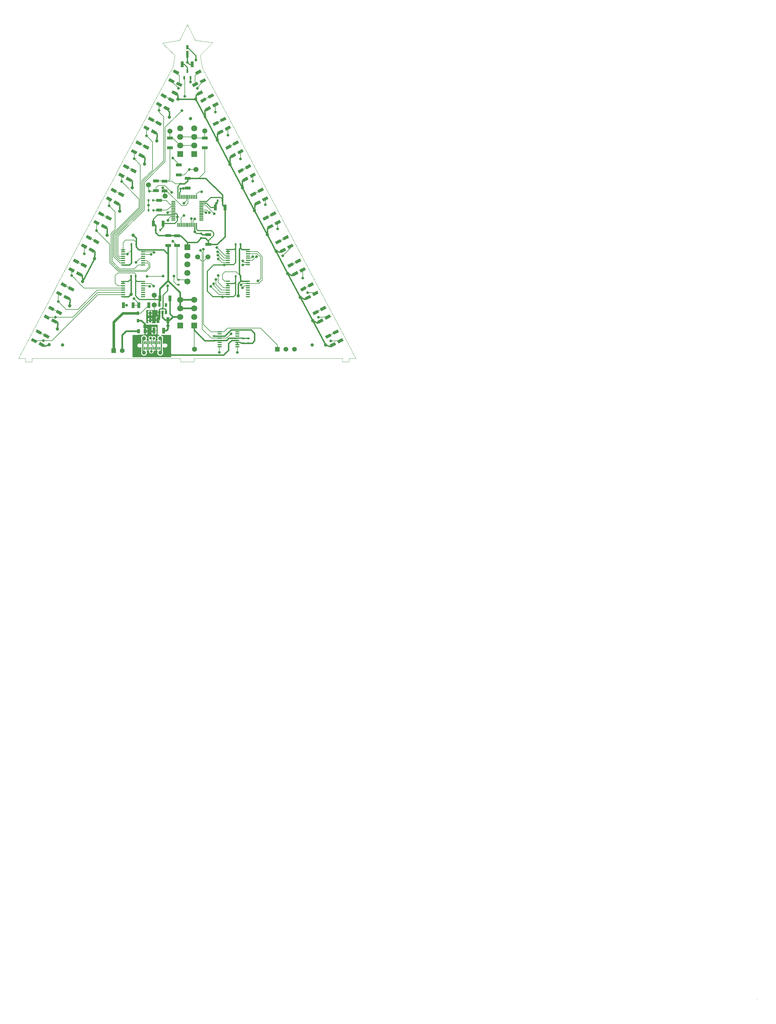
<source format=gtl>
%TF.GenerationSoftware,KiCad,Pcbnew,(5.1.6-0-10_14)*%
%TF.CreationDate,2020-10-09T22:40:52+02:00*%
%TF.ProjectId,nowae029,6e6f7761-6530-4323-992e-6b696361645f,0*%
%TF.SameCoordinates,Original*%
%TF.FileFunction,Copper,L1,Top*%
%TF.FilePolarity,Positive*%
%FSLAX46Y46*%
G04 Gerber Fmt 4.6, Leading zero omitted, Abs format (unit mm)*
G04 Created by KiCad (PCBNEW (5.1.6-0-10_14)) date 2020-10-09 22:40:52*
%MOMM*%
%LPD*%
G01*
G04 APERTURE LIST*
%TA.AperFunction,Profile*%
%ADD10C,0.050000*%
%TD*%
%TA.AperFunction,Profile*%
%ADD11C,0.200000*%
%TD*%
%TA.AperFunction,Conductor*%
%ADD12C,1.000000*%
%TD*%
%TA.AperFunction,SMDPad,CuDef*%
%ADD13C,0.100000*%
%TD*%
%TA.AperFunction,SMDPad,CuDef*%
%ADD14R,1.150000X0.300000*%
%TD*%
%TA.AperFunction,SMDPad,CuDef*%
%ADD15R,0.300000X1.150000*%
%TD*%
%TA.AperFunction,SMDPad,CuDef*%
%ADD16R,0.600000X0.800000*%
%TD*%
%TA.AperFunction,SMDPad,CuDef*%
%ADD17R,0.900000X1.700000*%
%TD*%
%TA.AperFunction,SMDPad,CuDef*%
%ADD18R,1.700000X0.900000*%
%TD*%
%TA.AperFunction,SMDPad,CuDef*%
%ADD19R,0.800000X0.600000*%
%TD*%
%TA.AperFunction,SMDPad,CuDef*%
%ADD20R,0.800000X1.000000*%
%TD*%
%TA.AperFunction,SMDPad,CuDef*%
%ADD21R,0.900000X1.300000*%
%TD*%
%TA.AperFunction,SMDPad,CuDef*%
%ADD22R,0.300000X0.850000*%
%TD*%
%TA.AperFunction,ComponentPad*%
%ADD23C,1.200000*%
%TD*%
%TA.AperFunction,SMDPad,CuDef*%
%ADD24R,1.250000X0.350000*%
%TD*%
%TA.AperFunction,SMDPad,CuDef*%
%ADD25R,0.650000X1.060000*%
%TD*%
%TA.AperFunction,SMDPad,CuDef*%
%ADD26R,1.200000X0.400000*%
%TD*%
%TA.AperFunction,ComponentPad*%
%ADD27C,1.800000*%
%TD*%
%TA.AperFunction,ComponentPad*%
%ADD28R,1.800000X1.800000*%
%TD*%
%TA.AperFunction,ComponentPad*%
%ADD29C,1.400000*%
%TD*%
%TA.AperFunction,ComponentPad*%
%ADD30R,1.400000X1.400000*%
%TD*%
%TA.AperFunction,SMDPad,CuDef*%
%ADD31R,0.800000X1.200000*%
%TD*%
%TA.AperFunction,SMDPad,CuDef*%
%ADD32R,0.800000X2.000000*%
%TD*%
%TA.AperFunction,SMDPad,CuDef*%
%ADD33R,0.600000X1.000000*%
%TD*%
%TA.AperFunction,SMDPad,CuDef*%
%ADD34C,1.500000*%
%TD*%
%TA.AperFunction,ViaPad*%
%ADD35C,0.800000*%
%TD*%
%TA.AperFunction,ViaPad*%
%ADD36C,1.000000*%
%TD*%
%TA.AperFunction,Conductor*%
%ADD37C,0.400000*%
%TD*%
%TA.AperFunction,Conductor*%
%ADD38C,0.200000*%
%TD*%
%TA.AperFunction,Conductor*%
%ADD39C,0.300000*%
%TD*%
%TA.AperFunction,Conductor*%
%ADD40C,0.500000*%
%TD*%
%TA.AperFunction,Conductor*%
%ADD41C,0.750000*%
%TD*%
G04 APERTURE END LIST*
D10*
X95849877Y-42393418D02*
X96326817Y-39221785D01*
X107560690Y-35486081D02*
X103832837Y-39170169D01*
X102368975Y-34768100D02*
X107560690Y-35486081D01*
X96326817Y-39221785D02*
X92548651Y-35589313D01*
X92548651Y-35589313D02*
X97730000Y-34800000D01*
X95849877Y-42393418D02*
X94417635Y-45086053D01*
X94417635Y-45086053D02*
X92985389Y-47778769D01*
X92985389Y-47778769D02*
X91553138Y-50471647D01*
X91553138Y-50471647D02*
X90120876Y-53164768D01*
X90120876Y-53164768D02*
X88688601Y-55858214D01*
X88688601Y-55858214D02*
X87256309Y-58552065D01*
X87256309Y-58552065D02*
X85823997Y-61246402D01*
X85823997Y-61246402D02*
X84391662Y-63941307D01*
X84391662Y-63941307D02*
X82959301Y-66636860D01*
X82959301Y-66636860D02*
X81526909Y-69333143D01*
X81526909Y-69333143D02*
X80094484Y-72030236D01*
X80094484Y-72030236D02*
X78662023Y-74728221D01*
X78662023Y-74728221D02*
X77229522Y-77427179D01*
X77229522Y-77427179D02*
X75796977Y-80127190D01*
X75796977Y-80127190D02*
X74364387Y-82828336D01*
X74364387Y-82828336D02*
X72931746Y-85530699D01*
X72931746Y-85530699D02*
X71499052Y-88234358D01*
X71499052Y-88234358D02*
X70066301Y-90939395D01*
X70066301Y-90939395D02*
X68633491Y-93645891D01*
X68633491Y-93645891D02*
X67200617Y-96353928D01*
X67200617Y-96353928D02*
X65767678Y-99063585D01*
X65767678Y-99063585D02*
X64334668Y-101774945D01*
X64334668Y-101774945D02*
X62901585Y-104488088D01*
X62901585Y-104488088D02*
X61468426Y-107203095D01*
X61468426Y-107203095D02*
X60035186Y-109920048D01*
X60035186Y-109920048D02*
X58601864Y-112639028D01*
X58601864Y-112639028D02*
X57168456Y-115360115D01*
X57168456Y-115360115D02*
X55734957Y-118083390D01*
X55734957Y-118083390D02*
X54301366Y-120808935D01*
X54301366Y-120808935D02*
X52867678Y-123536831D01*
X52867678Y-123536831D02*
X51433890Y-126267159D01*
X51433890Y-126267159D02*
X50000000Y-129000000D01*
X103832837Y-39170169D02*
X104449243Y-42890699D01*
X100017169Y-30084255D02*
X102368975Y-34768100D01*
X104449243Y-42890699D02*
X150000000Y-129000000D01*
X97730000Y-34800000D02*
X100017169Y-30084255D01*
X148000000Y-129000000D02*
X150000000Y-129000000D01*
X148000000Y-130000000D02*
X148000000Y-129000000D01*
X146000000Y-130000000D02*
X148000000Y-130000000D01*
X146000000Y-129000000D02*
X146000000Y-130000000D01*
X102000000Y-129000000D02*
X146000000Y-129000000D01*
X102000000Y-130000000D02*
X102000000Y-129000000D01*
X98000000Y-130000000D02*
X102000000Y-130000000D01*
X98000000Y-129000000D02*
X98000000Y-130000000D01*
X54000000Y-129000000D02*
X98000000Y-129000000D01*
X54000000Y-130000000D02*
X54000000Y-129000000D01*
X52000000Y-130000000D02*
X54000000Y-130000000D01*
X52000000Y-129000000D02*
X52000000Y-130000000D01*
X50000000Y-129000000D02*
X52000000Y-129000000D01*
D11*
X268944859Y-318881889D02*
X268944859Y-318881889D01*
D12*
%TO.N,*%
%TO.C,VAL\u002A\u002A*%
X101000000Y-58000000D03*
%TD*%
%TO.N,*%
%TO.C,VAL\u002A\u002A*%
X63000000Y-125000000D03*
%TD*%
%TO.N,*%
%TO.C,VAL\u002A\u002A*%
X137000000Y-125000000D03*
%TD*%
%TA.AperFunction,SMDPad,CuDef*%
D13*
%TO.P,DL605,2*%
%TO.N,/Branch2/B2_LINE3*%
G36*
X87400757Y-59973623D02*
G01*
X88901768Y-60771724D01*
X88479243Y-61566377D01*
X86978232Y-60768276D01*
X87400757Y-59973623D01*
G37*
%TD.AperFunction*%
%TA.AperFunction,SMDPad,CuDef*%
%TO.P,DL605,1*%
%TO.N,Net-(DL605-Pad1)*%
G36*
X88762225Y-57413075D02*
G01*
X90263236Y-58211176D01*
X89840711Y-59005829D01*
X88339700Y-58207728D01*
X88762225Y-57413075D01*
G37*
%TD.AperFunction*%
%TD*%
%TA.AperFunction,SMDPad,CuDef*%
%TO.P,R313,1*%
%TO.N,Net-(DL313-Pad1)*%
G36*
X122307498Y-87421450D02*
G01*
X123808509Y-86623349D01*
X124231034Y-87418002D01*
X122730023Y-88216103D01*
X122307498Y-87421450D01*
G37*
%TD.AperFunction*%
%TA.AperFunction,SMDPad,CuDef*%
%TO.P,R313,2*%
%TO.N,+3.3V*%
G36*
X123668966Y-89981998D02*
G01*
X125169977Y-89183897D01*
X125592502Y-89978550D01*
X124091491Y-90776651D01*
X123668966Y-89981998D01*
G37*
%TD.AperFunction*%
%TD*%
D14*
%TO.P,U201,1*%
%TO.N,Net-(U201-Pad1)*%
X95850000Y-82550000D03*
%TO.P,U201,2*%
%TO.N,Net-(U201-Pad2)*%
X95850000Y-83050000D03*
%TO.P,U201,3*%
%TO.N,Net-(C202-Pad1)*%
X95850000Y-83550000D03*
%TO.P,U201,4*%
%TO.N,Net-(C203-Pad1)*%
X95850000Y-84050000D03*
%TO.P,U201,5*%
%TO.N,Net-(U201-Pad5)*%
X95850000Y-84550000D03*
%TO.P,U201,6*%
%TO.N,Net-(U201-Pad6)*%
X95850000Y-85050000D03*
%TO.P,U201,7*%
%TO.N,/Microcontroller/RESET*%
X95850000Y-85550000D03*
%TO.P,U201,8*%
%TO.N,GND*%
X95850000Y-86050000D03*
%TO.P,U201,9*%
%TO.N,/Microcontroller/VDD_MCU*%
X95850000Y-86550000D03*
%TO.P,U201,10*%
%TO.N,/Power Supply/BATTERY_STATUS*%
X95850000Y-87050000D03*
%TO.P,U201,11*%
%TO.N,Net-(U201-Pad11)*%
X95850000Y-87550000D03*
%TO.P,U201,12*%
%TO.N,Net-(U201-Pad12)*%
X95850000Y-88050000D03*
D15*
%TO.P,U201,13*%
%TO.N,Net-(U201-Pad13)*%
X97250000Y-89450000D03*
%TO.P,U201,14*%
%TO.N,Net-(U201-Pad14)*%
X97750000Y-89450000D03*
%TO.P,U201,15*%
%TO.N,/Microcontroller/STAR*%
X98250000Y-89450000D03*
%TO.P,U201,16*%
%TO.N,Net-(U201-Pad16)*%
X98750000Y-89450000D03*
%TO.P,U201,17*%
%TO.N,Net-(U201-Pad17)*%
X99250000Y-89450000D03*
%TO.P,U201,18*%
%TO.N,Net-(U201-Pad18)*%
X99750000Y-89450000D03*
%TO.P,U201,19*%
%TO.N,Net-(U201-Pad19)*%
X100250000Y-89450000D03*
%TO.P,U201,20*%
%TO.N,Net-(U201-Pad20)*%
X100750000Y-89450000D03*
%TO.P,U201,21*%
%TO.N,/B_EXT_SDA*%
X101250000Y-89450000D03*
%TO.P,U201,22*%
%TO.N,/B_EXT_SCL*%
X101750000Y-89450000D03*
%TO.P,U201,23*%
%TO.N,GND*%
X102250000Y-89450000D03*
%TO.P,U201,24*%
%TO.N,/Microcontroller/VDD_MCU*%
X102750000Y-89450000D03*
D14*
%TO.P,U201,25*%
%TO.N,Net-(U201-Pad25)*%
X104150000Y-88050000D03*
%TO.P,U201,26*%
%TO.N,Net-(U201-Pad26)*%
X104150000Y-87550000D03*
%TO.P,U201,27*%
%TO.N,Net-(U201-Pad27)*%
X104150000Y-87050000D03*
%TO.P,U201,28*%
%TO.N,Net-(U201-Pad28)*%
X104150000Y-86550000D03*
%TO.P,U201,29*%
%TO.N,Net-(U201-Pad29)*%
X104150000Y-86050000D03*
%TO.P,U201,30*%
%TO.N,/Communication/COMM_RX*%
X104150000Y-85550000D03*
%TO.P,U201,31*%
%TO.N,/Communication/COMM_TX*%
X104150000Y-85050000D03*
%TO.P,U201,32*%
%TO.N,Net-(U201-Pad32)*%
X104150000Y-84550000D03*
%TO.P,U201,33*%
%TO.N,Net-(U201-Pad33)*%
X104150000Y-84050000D03*
%TO.P,U201,34*%
%TO.N,/Microcontroller/SWDIO*%
X104150000Y-83550000D03*
%TO.P,U201,35*%
%TO.N,GND*%
X104150000Y-83050000D03*
%TO.P,U201,36*%
%TO.N,/Microcontroller/VDD_MCU*%
X104150000Y-82550000D03*
D15*
%TO.P,U201,37*%
%TO.N,/Microcontroller/SWCLK*%
X102750000Y-81150000D03*
%TO.P,U201,38*%
%TO.N,Net-(U201-Pad38)*%
X102250000Y-81150000D03*
%TO.P,U201,39*%
%TO.N,Net-(U201-Pad39)*%
X101750000Y-81150000D03*
%TO.P,U201,40*%
%TO.N,Net-(U201-Pad40)*%
X101250000Y-81150000D03*
%TO.P,U201,41*%
%TO.N,Net-(U201-Pad41)*%
X100750000Y-81150000D03*
%TO.P,U201,42*%
%TO.N,/Branch1/BRANCH1_SCL*%
X100250000Y-81150000D03*
%TO.P,U201,43*%
%TO.N,/Branch1/BRANCH1_SDA*%
X99750000Y-81150000D03*
%TO.P,U201,44*%
%TO.N,Net-(U201-Pad44)*%
X99250000Y-81150000D03*
%TO.P,U201,45*%
%TO.N,Net-(U201-Pad45)*%
X98750000Y-81150000D03*
%TO.P,U201,46*%
%TO.N,Net-(U201-Pad46)*%
X98250000Y-81150000D03*
%TO.P,U201,47*%
%TO.N,GND*%
X97750000Y-81150000D03*
%TO.P,U201,48*%
%TO.N,/Microcontroller/VDD_MCU*%
X97250000Y-81150000D03*
%TD*%
D16*
%TO.P,C201,1*%
%TO.N,/Microcontroller/VDD_MCU*%
X110450000Y-82300000D03*
%TO.P,C201,2*%
%TO.N,GND*%
X109050000Y-82300000D03*
%TD*%
%TO.P,C202,1*%
%TO.N,Net-(C202-Pad1)*%
X89910000Y-82190000D03*
%TO.P,C202,2*%
%TO.N,GND*%
X88510000Y-82190000D03*
%TD*%
%TO.P,C203,2*%
%TO.N,GND*%
X88530000Y-85120000D03*
%TO.P,C203,1*%
%TO.N,Net-(C203-Pad1)*%
X89930000Y-85120000D03*
%TD*%
D17*
%TO.P,C204,1*%
%TO.N,/Microcontroller/VDD_MCU*%
X111200000Y-84300000D03*
%TO.P,C204,2*%
%TO.N,GND*%
X108300000Y-84300000D03*
%TD*%
D16*
%TO.P,C205,2*%
%TO.N,GND*%
X92030000Y-91030000D03*
%TO.P,C205,1*%
%TO.N,/Microcontroller/VDD_MCU*%
X90630000Y-91030000D03*
%TD*%
D17*
%TO.P,C206,1*%
%TO.N,/Microcontroller/VDD_MCU*%
X89980000Y-89030000D03*
%TO.P,C206,2*%
%TO.N,GND*%
X92880000Y-89030000D03*
%TD*%
D18*
%TO.P,C207,2*%
%TO.N,GND*%
X100120000Y-78550000D03*
%TO.P,C207,1*%
%TO.N,/Microcontroller/VDD_MCU*%
X100120000Y-75650000D03*
%TD*%
D19*
%TO.P,C208,1*%
%TO.N,/Microcontroller/VDD_MCU*%
X98020000Y-77300000D03*
%TO.P,C208,2*%
%TO.N,GND*%
X98020000Y-78700000D03*
%TD*%
D18*
%TO.P,C209,2*%
%TO.N,GND*%
X106200000Y-92350000D03*
%TO.P,C209,1*%
%TO.N,/Microcontroller/VDD_MCU*%
X106200000Y-95250000D03*
%TD*%
D19*
%TO.P,C210,1*%
%TO.N,/Microcontroller/VDD_MCU*%
X104100000Y-93400000D03*
%TO.P,C210,2*%
%TO.N,GND*%
X104100000Y-92000000D03*
%TD*%
%TO.P,C211,2*%
%TO.N,/Microcontroller/RESET*%
X97430000Y-105760000D03*
%TO.P,C211,1*%
%TO.N,GND*%
X97430000Y-107160000D03*
%TD*%
D16*
%TO.P,C301,2*%
%TO.N,+3.3V*%
X115750000Y-95250000D03*
%TO.P,C301,1*%
%TO.N,GND*%
X114350000Y-95250000D03*
%TD*%
%TO.P,C302,1*%
%TO.N,GND*%
X114350000Y-104750000D03*
%TO.P,C302,2*%
%TO.N,+3.3V*%
X115750000Y-104750000D03*
%TD*%
D17*
%TO.P,C401,1*%
%TO.N,+VDD*%
X91350000Y-117700000D03*
%TO.P,C401,2*%
%TO.N,GND*%
X94250000Y-117700000D03*
%TD*%
%TO.P,C402,1*%
%TO.N,+3.3V*%
X91950000Y-111200000D03*
%TO.P,C402,2*%
%TO.N,GND*%
X94850000Y-111200000D03*
%TD*%
%TO.P,C501,2*%
%TO.N,GND*%
X93050000Y-120800000D03*
%TO.P,C501,1*%
%TO.N,+VUSB*%
X90150000Y-120800000D03*
%TD*%
D19*
%TO.P,C502,2*%
%TO.N,GND*%
X107930000Y-123790000D03*
%TO.P,C502,1*%
%TO.N,/Communication/FTDI_VCC*%
X107930000Y-122390000D03*
%TD*%
%TO.P,C503,1*%
%TO.N,/Communication/FTDI_VCC*%
X116570000Y-124490000D03*
%TO.P,C503,2*%
%TO.N,GND*%
X116570000Y-123090000D03*
%TD*%
%TO.P,C504,2*%
%TO.N,GND*%
X118170000Y-123090000D03*
%TO.P,C504,1*%
%TO.N,/Communication/FTDI_VCC*%
X118170000Y-124490000D03*
%TD*%
D16*
%TO.P,C601,1*%
%TO.N,GND*%
X83460000Y-95210000D03*
%TO.P,C601,2*%
%TO.N,+3.3V*%
X84860000Y-95210000D03*
%TD*%
%TO.P,C602,2*%
%TO.N,+3.3V*%
X84730000Y-104620000D03*
%TO.P,C602,1*%
%TO.N,GND*%
X83330000Y-104620000D03*
%TD*%
D20*
%TO.P,D401,1*%
%TO.N,+VUSB*%
X85400000Y-117800000D03*
%TO.P,D401,2*%
%TO.N,+VDD*%
X89000000Y-117800000D03*
%TD*%
%TO.P,D402,2*%
%TO.N,+VDD*%
X89000000Y-115600000D03*
%TO.P,D402,1*%
%TO.N,Net-(D402-Pad1)*%
X85400000Y-115600000D03*
%TD*%
D21*
%TO.P,D501,1*%
%TO.N,GND*%
X85600000Y-121000000D03*
%TO.P,D501,2*%
%TO.N,+VUSB*%
X87500000Y-121000000D03*
%TD*%
%TA.AperFunction,SMDPad,CuDef*%
D13*
%TO.P,DL301,2*%
%TO.N,/Branch1/B1_LINE1*%
G36*
X103688232Y-46801724D02*
G01*
X105189243Y-46003623D01*
X105611768Y-46798276D01*
X104110757Y-47596377D01*
X103688232Y-46801724D01*
G37*
%TD.AperFunction*%
%TA.AperFunction,SMDPad,CuDef*%
%TO.P,DL301,1*%
%TO.N,Net-(DL301-Pad1)*%
G36*
X102326764Y-44241176D02*
G01*
X103827775Y-43443075D01*
X104250300Y-44237728D01*
X102749289Y-45035829D01*
X102326764Y-44241176D01*
G37*
%TD.AperFunction*%
%TD*%
%TA.AperFunction,SMDPad,CuDef*%
%TO.P,DL303,2*%
%TO.N,/Branch1/B1_LINE2*%
G36*
X107399700Y-53862272D02*
G01*
X108900711Y-53064171D01*
X109323236Y-53858824D01*
X107822225Y-54656925D01*
X107399700Y-53862272D01*
G37*
%TD.AperFunction*%
%TA.AperFunction,SMDPad,CuDef*%
%TO.P,DL303,1*%
%TO.N,Net-(DL303-Pad1)*%
G36*
X106038232Y-51301724D02*
G01*
X107539243Y-50503623D01*
X107961768Y-51298276D01*
X106460757Y-52096377D01*
X106038232Y-51301724D01*
G37*
%TD.AperFunction*%
%TD*%
%TA.AperFunction,SMDPad,CuDef*%
%TO.P,DL305,2*%
%TO.N,/Branch1/B1_LINE3*%
G36*
X111088232Y-60801724D02*
G01*
X112589243Y-60003623D01*
X113011768Y-60798276D01*
X111510757Y-61596377D01*
X111088232Y-60801724D01*
G37*
%TD.AperFunction*%
%TA.AperFunction,SMDPad,CuDef*%
%TO.P,DL305,1*%
%TO.N,Net-(DL305-Pad1)*%
G36*
X109726764Y-58241176D02*
G01*
X111227775Y-57443075D01*
X111650300Y-58237728D01*
X110149289Y-59035829D01*
X109726764Y-58241176D01*
G37*
%TD.AperFunction*%
%TD*%
%TA.AperFunction,SMDPad,CuDef*%
%TO.P,DL307,2*%
%TO.N,/Branch1/B1_LINE4*%
G36*
X114818966Y-67781998D02*
G01*
X116319977Y-66983897D01*
X116742502Y-67778550D01*
X115241491Y-68576651D01*
X114818966Y-67781998D01*
G37*
%TD.AperFunction*%
%TA.AperFunction,SMDPad,CuDef*%
%TO.P,DL307,1*%
%TO.N,Net-(DL307-Pad1)*%
G36*
X113457498Y-65221450D02*
G01*
X114958509Y-64423349D01*
X115381034Y-65218002D01*
X113880023Y-66016103D01*
X113457498Y-65221450D01*
G37*
%TD.AperFunction*%
%TD*%
%TA.AperFunction,SMDPad,CuDef*%
%TO.P,DL309,2*%
%TO.N,/Branch1/B1_LINE5*%
G36*
X118468966Y-74781998D02*
G01*
X119969977Y-73983897D01*
X120392502Y-74778550D01*
X118891491Y-75576651D01*
X118468966Y-74781998D01*
G37*
%TD.AperFunction*%
%TA.AperFunction,SMDPad,CuDef*%
%TO.P,DL309,1*%
%TO.N,Net-(DL309-Pad1)*%
G36*
X117107498Y-72221450D02*
G01*
X118608509Y-71423349D01*
X119031034Y-72218002D01*
X117530023Y-73016103D01*
X117107498Y-72221450D01*
G37*
%TD.AperFunction*%
%TD*%
%TA.AperFunction,SMDPad,CuDef*%
%TO.P,DL311,2*%
%TO.N,/Branch1/B1_LINE6*%
G36*
X122168966Y-81781998D02*
G01*
X123669977Y-80983897D01*
X124092502Y-81778550D01*
X122591491Y-82576651D01*
X122168966Y-81781998D01*
G37*
%TD.AperFunction*%
%TA.AperFunction,SMDPad,CuDef*%
%TO.P,DL311,1*%
%TO.N,Net-(DL311-Pad1)*%
G36*
X120807498Y-79221450D02*
G01*
X122308509Y-78423349D01*
X122731034Y-79218002D01*
X121230023Y-80016103D01*
X120807498Y-79221450D01*
G37*
%TD.AperFunction*%
%TD*%
%TA.AperFunction,SMDPad,CuDef*%
%TO.P,DL313,2*%
%TO.N,/Branch1/B1_LINE7*%
G36*
X125868966Y-88781998D02*
G01*
X127369977Y-87983897D01*
X127792502Y-88778550D01*
X126291491Y-89576651D01*
X125868966Y-88781998D01*
G37*
%TD.AperFunction*%
%TA.AperFunction,SMDPad,CuDef*%
%TO.P,DL313,1*%
%TO.N,Net-(DL313-Pad1)*%
G36*
X124507498Y-86221450D02*
G01*
X126008509Y-85423349D01*
X126431034Y-86218002D01*
X124930023Y-87016103D01*
X124507498Y-86221450D01*
G37*
%TD.AperFunction*%
%TD*%
%TA.AperFunction,SMDPad,CuDef*%
%TO.P,DL315,2*%
%TO.N,/Branch1/B1_LINE8*%
G36*
X129618966Y-95831998D02*
G01*
X131119977Y-95033897D01*
X131542502Y-95828550D01*
X130041491Y-96626651D01*
X129618966Y-95831998D01*
G37*
%TD.AperFunction*%
%TA.AperFunction,SMDPad,CuDef*%
%TO.P,DL315,1*%
%TO.N,Net-(DL315-Pad1)*%
G36*
X128257498Y-93271450D02*
G01*
X129758509Y-92473349D01*
X130181034Y-93268002D01*
X128680023Y-94066103D01*
X128257498Y-93271450D01*
G37*
%TD.AperFunction*%
%TD*%
%TA.AperFunction,SMDPad,CuDef*%
%TO.P,DL317,2*%
%TO.N,/Branch1/B1_LINE9*%
G36*
X133268966Y-102781998D02*
G01*
X134769977Y-101983897D01*
X135192502Y-102778550D01*
X133691491Y-103576651D01*
X133268966Y-102781998D01*
G37*
%TD.AperFunction*%
%TA.AperFunction,SMDPad,CuDef*%
%TO.P,DL317,1*%
%TO.N,Net-(DL317-Pad1)*%
G36*
X131907498Y-100221450D02*
G01*
X133408509Y-99423349D01*
X133831034Y-100218002D01*
X132330023Y-101016103D01*
X131907498Y-100221450D01*
G37*
%TD.AperFunction*%
%TD*%
%TA.AperFunction,SMDPad,CuDef*%
%TO.P,DL319,2*%
%TO.N,/Branch1/B1_LINE10*%
G36*
X137018966Y-109781998D02*
G01*
X138519977Y-108983897D01*
X138942502Y-109778550D01*
X137441491Y-110576651D01*
X137018966Y-109781998D01*
G37*
%TD.AperFunction*%
%TA.AperFunction,SMDPad,CuDef*%
%TO.P,DL319,1*%
%TO.N,Net-(DL319-Pad1)*%
G36*
X135657498Y-107221450D02*
G01*
X137158509Y-106423349D01*
X137581034Y-107218002D01*
X136080023Y-108016103D01*
X135657498Y-107221450D01*
G37*
%TD.AperFunction*%
%TD*%
%TA.AperFunction,SMDPad,CuDef*%
%TO.P,DL321,2*%
%TO.N,/Branch1/B1_LINE11*%
G36*
X140718966Y-116781998D02*
G01*
X142219977Y-115983897D01*
X142642502Y-116778550D01*
X141141491Y-117576651D01*
X140718966Y-116781998D01*
G37*
%TD.AperFunction*%
%TA.AperFunction,SMDPad,CuDef*%
%TO.P,DL321,1*%
%TO.N,Net-(DL321-Pad1)*%
G36*
X139357498Y-114221450D02*
G01*
X140858509Y-113423349D01*
X141281034Y-114218002D01*
X139780023Y-115016103D01*
X139357498Y-114221450D01*
G37*
%TD.AperFunction*%
%TD*%
%TA.AperFunction,SMDPad,CuDef*%
%TO.P,DL323,2*%
%TO.N,/Branch1/B1_LINE12*%
G36*
X144418966Y-123781998D02*
G01*
X145919977Y-122983897D01*
X146342502Y-123778550D01*
X144841491Y-124576651D01*
X144418966Y-123781998D01*
G37*
%TD.AperFunction*%
%TA.AperFunction,SMDPad,CuDef*%
%TO.P,DL323,1*%
%TO.N,Net-(DL323-Pad1)*%
G36*
X143057498Y-121221450D02*
G01*
X144558509Y-120423349D01*
X144981034Y-121218002D01*
X143480023Y-122016103D01*
X143057498Y-121221450D01*
G37*
%TD.AperFunction*%
%TD*%
%TA.AperFunction,SMDPad,CuDef*%
%TO.P,DL601,2*%
%TO.N,/Branch2/B2_LINE1*%
G36*
X94820023Y-45983897D02*
G01*
X96321034Y-46781998D01*
X95898509Y-47576651D01*
X94397498Y-46778550D01*
X94820023Y-45983897D01*
G37*
%TD.AperFunction*%
%TA.AperFunction,SMDPad,CuDef*%
%TO.P,DL601,1*%
%TO.N,Net-(DL601-Pad1)*%
G36*
X96181491Y-43423349D02*
G01*
X97682502Y-44221450D01*
X97259977Y-45016103D01*
X95758966Y-44218002D01*
X96181491Y-43423349D01*
G37*
%TD.AperFunction*%
%TD*%
%TA.AperFunction,SMDPad,CuDef*%
%TO.P,DL603,2*%
%TO.N,/Branch2/B2_LINE2*%
G36*
X91120023Y-52993897D02*
G01*
X92621034Y-53791998D01*
X92198509Y-54586651D01*
X90697498Y-53788550D01*
X91120023Y-52993897D01*
G37*
%TD.AperFunction*%
%TA.AperFunction,SMDPad,CuDef*%
%TO.P,DL603,1*%
%TO.N,Net-(DL603-Pad1)*%
G36*
X92481491Y-50433349D02*
G01*
X93982502Y-51231450D01*
X93559977Y-52026103D01*
X92058966Y-51228002D01*
X92481491Y-50433349D01*
G37*
%TD.AperFunction*%
%TD*%
%TA.AperFunction,SMDPad,CuDef*%
%TO.P,DL607,2*%
%TO.N,/Branch2/B2_LINE4*%
G36*
X83710023Y-67003897D02*
G01*
X85211034Y-67801998D01*
X84788509Y-68596651D01*
X83287498Y-67798550D01*
X83710023Y-67003897D01*
G37*
%TD.AperFunction*%
%TA.AperFunction,SMDPad,CuDef*%
%TO.P,DL607,1*%
%TO.N,Net-(DL607-Pad1)*%
G36*
X85071491Y-64443349D02*
G01*
X86572502Y-65241450D01*
X86149977Y-66036103D01*
X84648966Y-65238002D01*
X85071491Y-64443349D01*
G37*
%TD.AperFunction*%
%TD*%
%TA.AperFunction,SMDPad,CuDef*%
%TO.P,DL609,2*%
%TO.N,/Branch2/B2_LINE5*%
G36*
X79990023Y-74003897D02*
G01*
X81491034Y-74801998D01*
X81068509Y-75596651D01*
X79567498Y-74798550D01*
X79990023Y-74003897D01*
G37*
%TD.AperFunction*%
%TA.AperFunction,SMDPad,CuDef*%
%TO.P,DL609,1*%
%TO.N,Net-(DL609-Pad1)*%
G36*
X81351491Y-71443349D02*
G01*
X82852502Y-72241450D01*
X82429977Y-73036103D01*
X80928966Y-72238002D01*
X81351491Y-71443349D01*
G37*
%TD.AperFunction*%
%TD*%
%TA.AperFunction,SMDPad,CuDef*%
%TO.P,DL611,2*%
%TO.N,/Branch2/B2_LINE6*%
G36*
X76295023Y-81009634D02*
G01*
X77796034Y-81807735D01*
X77373509Y-82602388D01*
X75872498Y-81804287D01*
X76295023Y-81009634D01*
G37*
%TD.AperFunction*%
%TA.AperFunction,SMDPad,CuDef*%
%TO.P,DL611,1*%
%TO.N,Net-(DL611-Pad1)*%
G36*
X77656491Y-78449086D02*
G01*
X79157502Y-79247187D01*
X78734977Y-80041840D01*
X77233966Y-79243739D01*
X77656491Y-78449086D01*
G37*
%TD.AperFunction*%
%TD*%
%TA.AperFunction,SMDPad,CuDef*%
%TO.P,DL613,2*%
%TO.N,/Branch2/B2_LINE7*%
G36*
X72580023Y-88003897D02*
G01*
X74081034Y-88801998D01*
X73658509Y-89596651D01*
X72157498Y-88798550D01*
X72580023Y-88003897D01*
G37*
%TD.AperFunction*%
%TA.AperFunction,SMDPad,CuDef*%
%TO.P,DL613,1*%
%TO.N,Net-(DL613-Pad1)*%
G36*
X73941491Y-85443349D02*
G01*
X75442502Y-86241450D01*
X75019977Y-87036103D01*
X73518966Y-86238002D01*
X73941491Y-85443349D01*
G37*
%TD.AperFunction*%
%TD*%
%TA.AperFunction,SMDPad,CuDef*%
%TO.P,DL615,2*%
%TO.N,/Branch2/B2_LINE8*%
G36*
X68920023Y-94983897D02*
G01*
X70421034Y-95781998D01*
X69998509Y-96576651D01*
X68497498Y-95778550D01*
X68920023Y-94983897D01*
G37*
%TD.AperFunction*%
%TA.AperFunction,SMDPad,CuDef*%
%TO.P,DL615,1*%
%TO.N,Net-(DL615-Pad1)*%
G36*
X70281491Y-92423349D02*
G01*
X71782502Y-93221450D01*
X71359977Y-94016103D01*
X69858966Y-93218002D01*
X70281491Y-92423349D01*
G37*
%TD.AperFunction*%
%TD*%
%TA.AperFunction,SMDPad,CuDef*%
%TO.P,DL617,2*%
%TO.N,/Branch2/B2_LINE9*%
G36*
X65190023Y-102003897D02*
G01*
X66691034Y-102801998D01*
X66268509Y-103596651D01*
X64767498Y-102798550D01*
X65190023Y-102003897D01*
G37*
%TD.AperFunction*%
%TA.AperFunction,SMDPad,CuDef*%
%TO.P,DL617,1*%
%TO.N,Net-(DL617-Pad1)*%
G36*
X66551491Y-99443349D02*
G01*
X68052502Y-100241450D01*
X67629977Y-101036103D01*
X66128966Y-100238002D01*
X66551491Y-99443349D01*
G37*
%TD.AperFunction*%
%TD*%
%TA.AperFunction,SMDPad,CuDef*%
%TO.P,DL619,2*%
%TO.N,/Branch2/B2_LINE10*%
G36*
X61480023Y-108993897D02*
G01*
X62981034Y-109791998D01*
X62558509Y-110586651D01*
X61057498Y-109788550D01*
X61480023Y-108993897D01*
G37*
%TD.AperFunction*%
%TA.AperFunction,SMDPad,CuDef*%
%TO.P,DL619,1*%
%TO.N,Net-(DL619-Pad1)*%
G36*
X62841491Y-106433349D02*
G01*
X64342502Y-107231450D01*
X63919977Y-108026103D01*
X62418966Y-107228002D01*
X62841491Y-106433349D01*
G37*
%TD.AperFunction*%
%TD*%
%TA.AperFunction,SMDPad,CuDef*%
%TO.P,DL621,2*%
%TO.N,/Branch2/B2_LINE11*%
G36*
X57840023Y-115993897D02*
G01*
X59341034Y-116791998D01*
X58918509Y-117586651D01*
X57417498Y-116788550D01*
X57840023Y-115993897D01*
G37*
%TD.AperFunction*%
%TA.AperFunction,SMDPad,CuDef*%
%TO.P,DL621,1*%
%TO.N,Net-(DL621-Pad1)*%
G36*
X59201491Y-113433349D02*
G01*
X60702502Y-114231450D01*
X60279977Y-115026103D01*
X58778966Y-114228002D01*
X59201491Y-113433349D01*
G37*
%TD.AperFunction*%
%TD*%
%TA.AperFunction,SMDPad,CuDef*%
%TO.P,DL623,2*%
%TO.N,/Branch2/B2_LINE12*%
G36*
X54100023Y-122973897D02*
G01*
X55601034Y-123771998D01*
X55178509Y-124566651D01*
X53677498Y-123768550D01*
X54100023Y-122973897D01*
G37*
%TD.AperFunction*%
%TA.AperFunction,SMDPad,CuDef*%
%TO.P,DL623,1*%
%TO.N,Net-(DL623-Pad1)*%
G36*
X55461491Y-120413349D02*
G01*
X56962502Y-121211450D01*
X56539977Y-122006103D01*
X55038966Y-121208002D01*
X55461491Y-120413349D01*
G37*
%TD.AperFunction*%
%TD*%
D22*
%TO.P,P501,A1*%
%TO.N,GND*%
X86850000Y-124370000D03*
%TO.P,P501,A2*%
%TO.N,Net-(P501-PadA2)*%
X87350000Y-124370000D03*
%TO.P,P501,A3*%
%TO.N,Net-(P501-PadA3)*%
X87850000Y-124370000D03*
%TO.P,P501,A4*%
%TO.N,+VUSB*%
X88350000Y-124370000D03*
%TO.P,P501,A5*%
%TO.N,Net-(P501-PadA5)*%
X88850000Y-124370000D03*
%TO.P,P501,A6*%
%TO.N,Net-(P501-PadA6)*%
X89350000Y-124370000D03*
%TO.P,P501,A7*%
%TO.N,Net-(P501-PadA7)*%
X89850000Y-124370000D03*
%TO.P,P501,A8*%
%TO.N,Net-(P501-PadA8)*%
X90350000Y-124370000D03*
%TO.P,P501,A9*%
%TO.N,+VUSB*%
X90850000Y-124370000D03*
%TO.P,P501,A10*%
%TO.N,Net-(P501-PadA10)*%
X91350000Y-124370000D03*
%TO.P,P501,A11*%
%TO.N,Net-(P501-PadA11)*%
X91850000Y-124370000D03*
%TO.P,P501,A12*%
%TO.N,GND*%
X92350000Y-124370000D03*
%TO.P,P501,B12*%
X86850000Y-126030000D03*
%TO.P,P501,B11*%
%TO.N,Net-(P501-PadB11)*%
X87350000Y-126030000D03*
%TO.P,P501,B10*%
%TO.N,Net-(P501-PadB10)*%
X87850000Y-126030000D03*
%TO.P,P501,B9*%
%TO.N,+VUSB*%
X88350000Y-126030000D03*
%TO.P,P501,B8*%
%TO.N,Net-(P501-PadB8)*%
X88850000Y-126030000D03*
%TO.P,P501,B7*%
%TO.N,Net-(P501-PadA7)*%
X89350000Y-126030000D03*
%TO.P,P501,B6*%
%TO.N,Net-(P501-PadA6)*%
X89850000Y-126030000D03*
%TO.P,P501,B5*%
%TO.N,Net-(P501-PadB5)*%
X90350000Y-126030000D03*
%TO.P,P501,B4*%
%TO.N,+VUSB*%
X90850000Y-126030000D03*
%TO.P,P501,B3*%
%TO.N,Net-(P501-PadB3)*%
X91350000Y-126030000D03*
%TO.P,P501,B2*%
%TO.N,Net-(P501-PadB2)*%
X91850000Y-126030000D03*
%TO.P,P501,B1*%
%TO.N,GND*%
X92350000Y-126030000D03*
D23*
%TO.P,P501,S1*%
X87200000Y-123050000D03*
X87200000Y-127350000D03*
X92000000Y-127350000D03*
X92000000Y-123050000D03*
%TD*%
D18*
%TO.P,R201,2*%
%TO.N,/Branch1/BRANCH1_SDA*%
X90750000Y-79340000D03*
%TO.P,R201,1*%
%TO.N,/Microcontroller/VDD_MCU*%
X90750000Y-76440000D03*
%TD*%
%TO.P,R202,2*%
%TO.N,/B_EXT_SDA*%
X94900000Y-63750000D03*
%TO.P,R202,1*%
%TO.N,/Microcontroller/VDD_MCU*%
X94900000Y-66650000D03*
%TD*%
%TO.P,R203,1*%
%TO.N,/Microcontroller/VDD_MCU*%
X93250000Y-76490000D03*
%TO.P,R203,2*%
%TO.N,/Branch1/BRANCH1_SCL*%
X93250000Y-79390000D03*
%TD*%
%TO.P,R204,1*%
%TO.N,/Microcontroller/VDD_MCU*%
X105200000Y-66650000D03*
%TO.P,R204,2*%
%TO.N,/B_EXT_SCL*%
X105200000Y-63750000D03*
%TD*%
%TO.P,R205,2*%
%TO.N,/Microcontroller/VDD_MCU*%
X94400000Y-92650000D03*
%TO.P,R205,1*%
%TO.N,+3.3V*%
X94400000Y-95550000D03*
%TD*%
%TO.P,R206,2*%
%TO.N,/Microcontroller/RESET*%
X97000000Y-95600000D03*
%TO.P,R206,1*%
%TO.N,/Microcontroller/VDD_MCU*%
X97000000Y-92700000D03*
%TD*%
%TA.AperFunction,SMDPad,CuDef*%
D13*
%TO.P,R301,1*%
%TO.N,Net-(DL301-Pad1)*%
G36*
X101388232Y-47851724D02*
G01*
X102889243Y-47053623D01*
X103311768Y-47848276D01*
X101810757Y-48646377D01*
X101388232Y-47851724D01*
G37*
%TD.AperFunction*%
%TA.AperFunction,SMDPad,CuDef*%
%TO.P,R301,2*%
%TO.N,+3.3V*%
G36*
X102749700Y-50412272D02*
G01*
X104250711Y-49614171D01*
X104673236Y-50408824D01*
X103172225Y-51206925D01*
X102749700Y-50412272D01*
G37*
%TD.AperFunction*%
%TD*%
%TA.AperFunction,SMDPad,CuDef*%
%TO.P,R303,1*%
%TO.N,Net-(DL303-Pad1)*%
G36*
X103807498Y-52521450D02*
G01*
X105308509Y-51723349D01*
X105731034Y-52518002D01*
X104230023Y-53316103D01*
X103807498Y-52521450D01*
G37*
%TD.AperFunction*%
%TA.AperFunction,SMDPad,CuDef*%
%TO.P,R303,2*%
%TO.N,+3.3V*%
G36*
X105168966Y-55081998D02*
G01*
X106669977Y-54283897D01*
X107092502Y-55078550D01*
X105591491Y-55876651D01*
X105168966Y-55081998D01*
G37*
%TD.AperFunction*%
%TD*%
%TA.AperFunction,SMDPad,CuDef*%
%TO.P,R305,1*%
%TO.N,Net-(DL305-Pad1)*%
G36*
X107507498Y-59421450D02*
G01*
X109008509Y-58623349D01*
X109431034Y-59418002D01*
X107930023Y-60216103D01*
X107507498Y-59421450D01*
G37*
%TD.AperFunction*%
%TA.AperFunction,SMDPad,CuDef*%
%TO.P,R305,2*%
%TO.N,+3.3V*%
G36*
X108868966Y-61981998D02*
G01*
X110369977Y-61183897D01*
X110792502Y-61978550D01*
X109291491Y-62776651D01*
X108868966Y-61981998D01*
G37*
%TD.AperFunction*%
%TD*%
%TA.AperFunction,SMDPad,CuDef*%
%TO.P,R307,1*%
%TO.N,Net-(DL307-Pad1)*%
G36*
X111257498Y-66421450D02*
G01*
X112758509Y-65623349D01*
X113181034Y-66418002D01*
X111680023Y-67216103D01*
X111257498Y-66421450D01*
G37*
%TD.AperFunction*%
%TA.AperFunction,SMDPad,CuDef*%
%TO.P,R307,2*%
%TO.N,+3.3V*%
G36*
X112618966Y-68981998D02*
G01*
X114119977Y-68183897D01*
X114542502Y-68978550D01*
X113041491Y-69776651D01*
X112618966Y-68981998D01*
G37*
%TD.AperFunction*%
%TD*%
%TA.AperFunction,SMDPad,CuDef*%
%TO.P,R309,1*%
%TO.N,Net-(DL309-Pad1)*%
G36*
X114907498Y-73421450D02*
G01*
X116408509Y-72623349D01*
X116831034Y-73418002D01*
X115330023Y-74216103D01*
X114907498Y-73421450D01*
G37*
%TD.AperFunction*%
%TA.AperFunction,SMDPad,CuDef*%
%TO.P,R309,2*%
%TO.N,+3.3V*%
G36*
X116268966Y-75981998D02*
G01*
X117769977Y-75183897D01*
X118192502Y-75978550D01*
X116691491Y-76776651D01*
X116268966Y-75981998D01*
G37*
%TD.AperFunction*%
%TD*%
%TA.AperFunction,SMDPad,CuDef*%
%TO.P,R311,1*%
%TO.N,Net-(DL311-Pad1)*%
G36*
X118613235Y-80396450D02*
G01*
X120114246Y-79598349D01*
X120536771Y-80393002D01*
X119035760Y-81191103D01*
X118613235Y-80396450D01*
G37*
%TD.AperFunction*%
%TA.AperFunction,SMDPad,CuDef*%
%TO.P,R311,2*%
%TO.N,+3.3V*%
G36*
X119974703Y-82956998D02*
G01*
X121475714Y-82158897D01*
X121898239Y-82953550D01*
X120397228Y-83751651D01*
X119974703Y-82956998D01*
G37*
%TD.AperFunction*%
%TD*%
%TA.AperFunction,SMDPad,CuDef*%
%TO.P,R315,1*%
%TO.N,Net-(DL315-Pad1)*%
G36*
X126057498Y-94471450D02*
G01*
X127558509Y-93673349D01*
X127981034Y-94468002D01*
X126480023Y-95266103D01*
X126057498Y-94471450D01*
G37*
%TD.AperFunction*%
%TA.AperFunction,SMDPad,CuDef*%
%TO.P,R315,2*%
%TO.N,+3.3V*%
G36*
X127418966Y-97031998D02*
G01*
X128919977Y-96233897D01*
X129342502Y-97028550D01*
X127841491Y-97826651D01*
X127418966Y-97031998D01*
G37*
%TD.AperFunction*%
%TD*%
%TA.AperFunction,SMDPad,CuDef*%
%TO.P,R317,1*%
%TO.N,Net-(DL317-Pad1)*%
G36*
X129707498Y-101371450D02*
G01*
X131208509Y-100573349D01*
X131631034Y-101368002D01*
X130130023Y-102166103D01*
X129707498Y-101371450D01*
G37*
%TD.AperFunction*%
%TA.AperFunction,SMDPad,CuDef*%
%TO.P,R317,2*%
%TO.N,+3.3V*%
G36*
X131068966Y-103931998D02*
G01*
X132569977Y-103133897D01*
X132992502Y-103928550D01*
X131491491Y-104726651D01*
X131068966Y-103931998D01*
G37*
%TD.AperFunction*%
%TD*%
%TA.AperFunction,SMDPad,CuDef*%
%TO.P,R319,1*%
%TO.N,Net-(DL319-Pad1)*%
G36*
X133457498Y-108421450D02*
G01*
X134958509Y-107623349D01*
X135381034Y-108418002D01*
X133880023Y-109216103D01*
X133457498Y-108421450D01*
G37*
%TD.AperFunction*%
%TA.AperFunction,SMDPad,CuDef*%
%TO.P,R319,2*%
%TO.N,+3.3V*%
G36*
X134818966Y-110981998D02*
G01*
X136319977Y-110183897D01*
X136742502Y-110978550D01*
X135241491Y-111776651D01*
X134818966Y-110981998D01*
G37*
%TD.AperFunction*%
%TD*%
%TA.AperFunction,SMDPad,CuDef*%
%TO.P,R321,1*%
%TO.N,Net-(DL321-Pad1)*%
G36*
X137157498Y-115421450D02*
G01*
X138658509Y-114623349D01*
X139081034Y-115418002D01*
X137580023Y-116216103D01*
X137157498Y-115421450D01*
G37*
%TD.AperFunction*%
%TA.AperFunction,SMDPad,CuDef*%
%TO.P,R321,2*%
%TO.N,+3.3V*%
G36*
X138518966Y-117981998D02*
G01*
X140019977Y-117183897D01*
X140442502Y-117978550D01*
X138941491Y-118776651D01*
X138518966Y-117981998D01*
G37*
%TD.AperFunction*%
%TD*%
%TA.AperFunction,SMDPad,CuDef*%
%TO.P,R323,1*%
%TO.N,Net-(DL323-Pad1)*%
G36*
X140857498Y-122421450D02*
G01*
X142358509Y-121623349D01*
X142781034Y-122418002D01*
X141280023Y-123216103D01*
X140857498Y-122421450D01*
G37*
%TD.AperFunction*%
%TA.AperFunction,SMDPad,CuDef*%
%TO.P,R323,2*%
%TO.N,+3.3V*%
G36*
X142218966Y-124981998D02*
G01*
X143719977Y-124183897D01*
X144142502Y-124978550D01*
X142641491Y-125776651D01*
X142218966Y-124981998D01*
G37*
%TD.AperFunction*%
%TD*%
D17*
%TO.P,R401,2*%
%TO.N,/Power Supply/BATTERY_STATUS*%
X85680000Y-113230000D03*
%TO.P,R401,1*%
%TO.N,Net-(D402-Pad1)*%
X88580000Y-113230000D03*
%TD*%
%TO.P,R402,1*%
%TO.N,/Power Supply/BATTERY_STATUS*%
X83940000Y-113250000D03*
%TO.P,R402,2*%
%TO.N,GND*%
X81040000Y-113250000D03*
%TD*%
%TA.AperFunction,SMDPad,CuDef*%
D13*
%TO.P,R601,1*%
%TO.N,Net-(DL601-Pad1)*%
G36*
X97111491Y-47023349D02*
G01*
X98612502Y-47821450D01*
X98189977Y-48616103D01*
X96688966Y-47818002D01*
X97111491Y-47023349D01*
G37*
%TD.AperFunction*%
%TA.AperFunction,SMDPad,CuDef*%
%TO.P,R601,2*%
%TO.N,+3.3V*%
G36*
X95750023Y-49583897D02*
G01*
X97251034Y-50381998D01*
X96828509Y-51176651D01*
X95327498Y-50378550D01*
X95750023Y-49583897D01*
G37*
%TD.AperFunction*%
%TD*%
%TA.AperFunction,SMDPad,CuDef*%
%TO.P,R603,1*%
%TO.N,Net-(DL603-Pad1)*%
G36*
X94701491Y-51613349D02*
G01*
X96202502Y-52411450D01*
X95779977Y-53206103D01*
X94278966Y-52408002D01*
X94701491Y-51613349D01*
G37*
%TD.AperFunction*%
%TA.AperFunction,SMDPad,CuDef*%
%TO.P,R603,2*%
%TO.N,+3.3V*%
G36*
X93340023Y-54173897D02*
G01*
X94841034Y-54971998D01*
X94418509Y-55766651D01*
X92917498Y-54968550D01*
X93340023Y-54173897D01*
G37*
%TD.AperFunction*%
%TD*%
%TA.AperFunction,SMDPad,CuDef*%
%TO.P,R605,1*%
%TO.N,Net-(DL605-Pad1)*%
G36*
X90961491Y-58583349D02*
G01*
X92462502Y-59381450D01*
X92039977Y-60176103D01*
X90538966Y-59378002D01*
X90961491Y-58583349D01*
G37*
%TD.AperFunction*%
%TA.AperFunction,SMDPad,CuDef*%
%TO.P,R605,2*%
%TO.N,+3.3V*%
G36*
X89600023Y-61143897D02*
G01*
X91101034Y-61941998D01*
X90678509Y-62736651D01*
X89177498Y-61938550D01*
X89600023Y-61143897D01*
G37*
%TD.AperFunction*%
%TD*%
%TA.AperFunction,SMDPad,CuDef*%
%TO.P,R607,1*%
%TO.N,Net-(DL607-Pad1)*%
G36*
X87281491Y-65603349D02*
G01*
X88782502Y-66401450D01*
X88359977Y-67196103D01*
X86858966Y-66398002D01*
X87281491Y-65603349D01*
G37*
%TD.AperFunction*%
%TA.AperFunction,SMDPad,CuDef*%
%TO.P,R607,2*%
%TO.N,+3.3V*%
G36*
X85920023Y-68163897D02*
G01*
X87421034Y-68961998D01*
X86998509Y-69756651D01*
X85497498Y-68958550D01*
X85920023Y-68163897D01*
G37*
%TD.AperFunction*%
%TD*%
%TA.AperFunction,SMDPad,CuDef*%
%TO.P,R609,1*%
%TO.N,Net-(DL609-Pad1)*%
G36*
X83565754Y-72628349D02*
G01*
X85066765Y-73426450D01*
X84644240Y-74221103D01*
X83143229Y-73423002D01*
X83565754Y-72628349D01*
G37*
%TD.AperFunction*%
%TA.AperFunction,SMDPad,CuDef*%
%TO.P,R609,2*%
%TO.N,+3.3V*%
G36*
X82204286Y-75188897D02*
G01*
X83705297Y-75986998D01*
X83282772Y-76781651D01*
X81781761Y-75983550D01*
X82204286Y-75188897D01*
G37*
%TD.AperFunction*%
%TD*%
%TA.AperFunction,SMDPad,CuDef*%
%TO.P,R611,1*%
%TO.N,Net-(DL611-Pad1)*%
G36*
X79871491Y-79633349D02*
G01*
X81372502Y-80431450D01*
X80949977Y-81226103D01*
X79448966Y-80428002D01*
X79871491Y-79633349D01*
G37*
%TD.AperFunction*%
%TA.AperFunction,SMDPad,CuDef*%
%TO.P,R611,2*%
%TO.N,+3.3V*%
G36*
X78510023Y-82193897D02*
G01*
X80011034Y-82991998D01*
X79588509Y-83786651D01*
X78087498Y-82988550D01*
X78510023Y-82193897D01*
G37*
%TD.AperFunction*%
%TD*%
%TA.AperFunction,SMDPad,CuDef*%
%TO.P,R613,1*%
%TO.N,Net-(DL613-Pad1)*%
G36*
X76161491Y-86613349D02*
G01*
X77662502Y-87411450D01*
X77239977Y-88206103D01*
X75738966Y-87408002D01*
X76161491Y-86613349D01*
G37*
%TD.AperFunction*%
%TA.AperFunction,SMDPad,CuDef*%
%TO.P,R613,2*%
%TO.N,+3.3V*%
G36*
X74800023Y-89173897D02*
G01*
X76301034Y-89971998D01*
X75878509Y-90766651D01*
X74377498Y-89968550D01*
X74800023Y-89173897D01*
G37*
%TD.AperFunction*%
%TD*%
%TA.AperFunction,SMDPad,CuDef*%
%TO.P,R615,1*%
%TO.N,Net-(DL615-Pad1)*%
G36*
X72497228Y-93608349D02*
G01*
X73998239Y-94406450D01*
X73575714Y-95201103D01*
X72074703Y-94403002D01*
X72497228Y-93608349D01*
G37*
%TD.AperFunction*%
%TA.AperFunction,SMDPad,CuDef*%
%TO.P,R615,2*%
%TO.N,+3.3V*%
G36*
X71135760Y-96168897D02*
G01*
X72636771Y-96966998D01*
X72214246Y-97761651D01*
X70713235Y-96963550D01*
X71135760Y-96168897D01*
G37*
%TD.AperFunction*%
%TD*%
%TA.AperFunction,SMDPad,CuDef*%
%TO.P,R617,1*%
%TO.N,Net-(DL617-Pad1)*%
G36*
X68791491Y-100643349D02*
G01*
X70292502Y-101441450D01*
X69869977Y-102236103D01*
X68368966Y-101438002D01*
X68791491Y-100643349D01*
G37*
%TD.AperFunction*%
%TA.AperFunction,SMDPad,CuDef*%
%TO.P,R617,2*%
%TO.N,+3.3V*%
G36*
X67430023Y-103203897D02*
G01*
X68931034Y-104001998D01*
X68508509Y-104796651D01*
X67007498Y-103998550D01*
X67430023Y-103203897D01*
G37*
%TD.AperFunction*%
%TD*%
%TA.AperFunction,SMDPad,CuDef*%
%TO.P,R619,1*%
%TO.N,Net-(DL619-Pad1)*%
G36*
X65095754Y-107628349D02*
G01*
X66596765Y-108426450D01*
X66174240Y-109221103D01*
X64673229Y-108423002D01*
X65095754Y-107628349D01*
G37*
%TD.AperFunction*%
%TA.AperFunction,SMDPad,CuDef*%
%TO.P,R619,2*%
%TO.N,+3.3V*%
G36*
X63734286Y-110188897D02*
G01*
X65235297Y-110986998D01*
X64812772Y-111781651D01*
X63311761Y-110983550D01*
X63734286Y-110188897D01*
G37*
%TD.AperFunction*%
%TD*%
%TA.AperFunction,SMDPad,CuDef*%
%TO.P,R621,1*%
%TO.N,Net-(DL621-Pad1)*%
G36*
X61441491Y-114613349D02*
G01*
X62942502Y-115411450D01*
X62519977Y-116206103D01*
X61018966Y-115408002D01*
X61441491Y-114613349D01*
G37*
%TD.AperFunction*%
%TA.AperFunction,SMDPad,CuDef*%
%TO.P,R621,2*%
%TO.N,+3.3V*%
G36*
X60080023Y-117173897D02*
G01*
X61581034Y-117971998D01*
X61158509Y-118766651D01*
X59657498Y-117968550D01*
X60080023Y-117173897D01*
G37*
%TD.AperFunction*%
%TD*%
%TA.AperFunction,SMDPad,CuDef*%
%TO.P,R623,1*%
%TO.N,Net-(DL623-Pad1)*%
G36*
X57690757Y-121583623D02*
G01*
X59191768Y-122381724D01*
X58769243Y-123176377D01*
X57268232Y-122378276D01*
X57690757Y-121583623D01*
G37*
%TD.AperFunction*%
%TA.AperFunction,SMDPad,CuDef*%
%TO.P,R623,2*%
%TO.N,+3.3V*%
G36*
X56329289Y-124144171D02*
G01*
X57830300Y-124942272D01*
X57407775Y-125736925D01*
X55906764Y-124938824D01*
X56329289Y-124144171D01*
G37*
%TD.AperFunction*%
%TD*%
D24*
%TO.P,U301,1*%
%TO.N,GND*%
X112100000Y-96725000D03*
%TO.P,U301,2*%
X112100000Y-97375000D03*
%TO.P,U301,3*%
X112100000Y-98025000D03*
%TO.P,U301,4*%
%TO.N,/Branch1/B1_LINE1*%
X112100000Y-98675000D03*
%TO.P,U301,5*%
%TO.N,/Branch1/B1_LINE2*%
X112100000Y-99325000D03*
%TO.P,U301,6*%
%TO.N,/Branch1/B1_LINE3*%
X112100000Y-99975000D03*
%TO.P,U301,7*%
%TO.N,/Branch1/B1_LINE4*%
X112100000Y-100625000D03*
%TO.P,U301,10*%
%TO.N,/Branch1/B1_LINE6*%
X118000000Y-100625000D03*
%TO.P,U301,11*%
%TO.N,/Branch1/B1_LINE7*%
X118000000Y-99975000D03*
%TO.P,U301,12*%
%TO.N,/Branch1/B1_LINE8*%
X118000000Y-99325000D03*
%TO.P,U301,13*%
%TO.N,Net-(U301-Pad13)*%
X118000000Y-98675000D03*
%TO.P,U301,14*%
%TO.N,/Branch1/BRANCH1_SCL*%
X118000000Y-98025000D03*
%TO.P,U301,15*%
%TO.N,/Branch1/BRANCH1_SDA*%
X118000000Y-97375000D03*
%TO.P,U301,16*%
%TO.N,+3.3V*%
X118000000Y-96725000D03*
%TO.P,U301,8*%
%TO.N,GND*%
X112100000Y-101275000D03*
%TO.P,U301,9*%
%TO.N,/Branch1/B1_LINE5*%
X118000000Y-101275000D03*
%TD*%
%TO.P,U302,1*%
%TO.N,+3.3V*%
X112100000Y-106175000D03*
%TO.P,U302,2*%
%TO.N,GND*%
X112100000Y-106825000D03*
%TO.P,U302,3*%
X112100000Y-107475000D03*
%TO.P,U302,4*%
%TO.N,/Branch1/B1_LINE9*%
X112100000Y-108125000D03*
%TO.P,U302,5*%
%TO.N,/Branch1/B1_LINE10*%
X112100000Y-108775000D03*
%TO.P,U302,6*%
%TO.N,/Branch1/B1_LINE11*%
X112100000Y-109425000D03*
%TO.P,U302,7*%
%TO.N,/Branch1/B1_LINE12*%
X112100000Y-110075000D03*
%TO.P,U302,10*%
%TO.N,/Branch1/B1_LINE14*%
X118000000Y-110075000D03*
%TO.P,U302,11*%
%TO.N,/Branch1/B1_LINE15*%
X118000000Y-109425000D03*
%TO.P,U302,12*%
%TO.N,/Branch1/B1_LINE16*%
X118000000Y-108775000D03*
%TO.P,U302,13*%
%TO.N,Net-(U302-Pad13)*%
X118000000Y-108125000D03*
%TO.P,U302,14*%
%TO.N,/Branch1/BRANCH1_SCL*%
X118000000Y-107475000D03*
%TO.P,U302,15*%
%TO.N,/Branch1/BRANCH1_SDA*%
X118000000Y-106825000D03*
%TO.P,U302,16*%
%TO.N,+3.3V*%
X118000000Y-106175000D03*
%TO.P,U302,8*%
%TO.N,GND*%
X112100000Y-110725000D03*
%TO.P,U302,9*%
%TO.N,/Branch1/B1_LINE13*%
X118000000Y-110725000D03*
%TD*%
D25*
%TO.P,U401,1*%
%TO.N,+VDD*%
X91750000Y-115400000D03*
%TO.P,U401,2*%
%TO.N,GND*%
X92700000Y-115400000D03*
%TO.P,U401,3*%
%TO.N,+VDD*%
X93650000Y-115400000D03*
%TO.P,U401,4*%
%TO.N,Net-(U401-Pad4)*%
X93650000Y-113200000D03*
%TO.P,U401,5*%
%TO.N,+3.3V*%
X91750000Y-113200000D03*
%TD*%
D26*
%TO.P,U501,1*%
%TO.N,/Communication/COMM_TX*%
X109630000Y-121137500D03*
%TO.P,U501,2*%
%TO.N,Net-(U501-Pad2)*%
X109630000Y-121772500D03*
%TO.P,U501,3*%
%TO.N,/Communication/FTDI_VCC*%
X109630000Y-122407500D03*
%TO.P,U501,4*%
%TO.N,/Communication/COMM_RX*%
X109630000Y-123042500D03*
%TO.P,U501,5*%
%TO.N,GND*%
X109630000Y-123677500D03*
%TO.P,U501,6*%
%TO.N,Net-(U501-Pad6)*%
X109630000Y-124312500D03*
%TO.P,U501,7*%
%TO.N,Net-(U501-Pad7)*%
X109630000Y-124947500D03*
%TO.P,U501,8*%
%TO.N,Net-(P501-PadA6)*%
X109630000Y-125582500D03*
%TO.P,U501,9*%
%TO.N,Net-(P501-PadA7)*%
X114830000Y-125582500D03*
%TO.P,U501,10*%
%TO.N,/Communication/FTDI_VCC*%
X114830000Y-124947500D03*
%TO.P,U501,11*%
X114830000Y-124312500D03*
%TO.P,U501,12*%
%TO.N,+VUSB*%
X114830000Y-123677500D03*
%TO.P,U501,13*%
%TO.N,GND*%
X114830000Y-123042500D03*
%TO.P,U501,14*%
%TO.N,Net-(U501-Pad14)*%
X114830000Y-122407500D03*
%TO.P,U501,15*%
%TO.N,Net-(U501-Pad15)*%
X114830000Y-121772500D03*
%TO.P,U501,16*%
%TO.N,Net-(U501-Pad16)*%
X114830000Y-121137500D03*
%TD*%
D24*
%TO.P,U601,9*%
%TO.N,/Branch2/B2_LINE5*%
X86890000Y-101355000D03*
%TO.P,U601,8*%
%TO.N,GND*%
X80990000Y-101355000D03*
%TO.P,U601,16*%
%TO.N,+3.3V*%
X86890000Y-96805000D03*
%TO.P,U601,15*%
%TO.N,/Branch1/BRANCH1_SDA*%
X86890000Y-97455000D03*
%TO.P,U601,14*%
%TO.N,/Branch1/BRANCH1_SCL*%
X86890000Y-98105000D03*
%TO.P,U601,13*%
%TO.N,Net-(U601-Pad13)*%
X86890000Y-98755000D03*
%TO.P,U601,12*%
%TO.N,/Branch2/B2_LINE8*%
X86890000Y-99405000D03*
%TO.P,U601,11*%
%TO.N,/Branch2/B2_LINE7*%
X86890000Y-100055000D03*
%TO.P,U601,10*%
%TO.N,/Branch2/B2_LINE6*%
X86890000Y-100705000D03*
%TO.P,U601,7*%
%TO.N,/Branch2/B2_LINE4*%
X80990000Y-100705000D03*
%TO.P,U601,6*%
%TO.N,/Branch2/B2_LINE3*%
X80990000Y-100055000D03*
%TO.P,U601,5*%
%TO.N,/Branch2/B2_LINE2*%
X80990000Y-99405000D03*
%TO.P,U601,4*%
%TO.N,/Branch2/B2_LINE1*%
X80990000Y-98755000D03*
%TO.P,U601,3*%
%TO.N,GND*%
X80990000Y-98105000D03*
%TO.P,U601,2*%
%TO.N,+3.3V*%
X80990000Y-97455000D03*
%TO.P,U601,1*%
X80990000Y-96805000D03*
%TD*%
%TO.P,U602,1*%
%TO.N,GND*%
X80980000Y-106220000D03*
%TO.P,U602,2*%
X80980000Y-106870000D03*
%TO.P,U602,3*%
%TO.N,+3.3V*%
X80980000Y-107520000D03*
%TO.P,U602,4*%
%TO.N,/Branch2/B2_LINE9*%
X80980000Y-108170000D03*
%TO.P,U602,5*%
%TO.N,/Branch2/B2_LINE10*%
X80980000Y-108820000D03*
%TO.P,U602,6*%
%TO.N,/Branch2/B2_LINE11*%
X80980000Y-109470000D03*
%TO.P,U602,7*%
%TO.N,/Branch2/B2_LINE12*%
X80980000Y-110120000D03*
%TO.P,U602,10*%
%TO.N,/Branch2/B2_LINE14*%
X86880000Y-110120000D03*
%TO.P,U602,11*%
%TO.N,/Branch2/B2_LINE15*%
X86880000Y-109470000D03*
%TO.P,U602,12*%
%TO.N,/Branch2/B2_LINE16*%
X86880000Y-108820000D03*
%TO.P,U602,13*%
%TO.N,Net-(U602-Pad13)*%
X86880000Y-108170000D03*
%TO.P,U602,14*%
%TO.N,/Branch1/BRANCH1_SCL*%
X86880000Y-107520000D03*
%TO.P,U602,15*%
%TO.N,/Branch1/BRANCH1_SDA*%
X86880000Y-106870000D03*
%TO.P,U602,16*%
%TO.N,+3.3V*%
X86880000Y-106220000D03*
%TO.P,U602,8*%
%TO.N,GND*%
X80980000Y-110770000D03*
%TO.P,U602,9*%
%TO.N,/Branch2/B2_LINE13*%
X86880000Y-110770000D03*
%TD*%
D27*
%TO.P,P101,2*%
%TO.N,/B_EXT_SDA*%
X97900000Y-65970000D03*
%TO.P,P101,3*%
%TO.N,/B_EXT_SCL*%
X97900000Y-63430000D03*
D28*
%TO.P,P101,1*%
%TO.N,GND*%
X97900000Y-68510000D03*
D27*
%TO.P,P101,4*%
X97900000Y-60890000D03*
%TD*%
%TO.P,P102,2*%
%TO.N,GND*%
X102100000Y-116770000D03*
%TO.P,P102,3*%
%TO.N,+3.3V*%
X102100000Y-114230000D03*
D28*
%TO.P,P102,1*%
%TO.N,GND*%
X102100000Y-119310000D03*
D27*
%TO.P,P102,4*%
%TO.N,+3.3V*%
X102100000Y-111690000D03*
%TD*%
%TO.P,P103,4*%
%TO.N,GND*%
X102100000Y-60890000D03*
D28*
%TO.P,P103,1*%
X102100000Y-68510000D03*
D27*
%TO.P,P103,3*%
%TO.N,/B_EXT_SCL*%
X102100000Y-63430000D03*
%TO.P,P103,2*%
%TO.N,/B_EXT_SDA*%
X102100000Y-65970000D03*
%TD*%
%TO.P,P104,4*%
%TO.N,+3.3V*%
X97900000Y-111690000D03*
D28*
%TO.P,P104,1*%
%TO.N,GND*%
X97900000Y-119310000D03*
D27*
%TO.P,P104,3*%
%TO.N,+3.3V*%
X97900000Y-114230000D03*
%TO.P,P104,2*%
%TO.N,GND*%
X97900000Y-116770000D03*
%TD*%
D29*
%TO.P,P401,2*%
%TO.N,GND*%
X80770000Y-126700000D03*
D30*
%TO.P,P401,1*%
%TO.N,Net-(D402-Pad1)*%
X78230000Y-126700000D03*
%TD*%
D27*
%TO.P,P201,2*%
%TO.N,/Microcontroller/SWCLK*%
X100000000Y-98660000D03*
%TO.P,P201,3*%
%TO.N,GND*%
X100000000Y-101200000D03*
D28*
%TO.P,P201,1*%
%TO.N,/Microcontroller/VDD_MCU*%
X100000000Y-96120000D03*
D27*
%TO.P,P201,4*%
%TO.N,/Microcontroller/SWDIO*%
X100000000Y-103740000D03*
%TO.P,P201,5*%
%TO.N,/Microcontroller/RESET*%
X100000000Y-106280000D03*
%TD*%
D18*
%TO.P,Y201,1*%
%TO.N,Net-(C202-Pad1)*%
X91680000Y-82210000D03*
%TO.P,Y201,2*%
%TO.N,Net-(C203-Pad1)*%
X91680000Y-85110000D03*
%TD*%
D31*
%TO.P,DL701,2*%
%TO.N,+VDD*%
X100010000Y-36820000D03*
D32*
%TO.P,DL701,1*%
%TO.N,Net-(DL701-Pad1)*%
X100010000Y-38970000D03*
%TD*%
D33*
%TO.P,Q701,1*%
%TO.N,Net-(Q701-Pad1)*%
X99070000Y-45890000D03*
%TO.P,Q701,2*%
%TO.N,GND*%
X100970000Y-45890000D03*
%TO.P,Q701,3*%
%TO.N,Net-(Q701-Pad3)*%
X100020000Y-43890000D03*
%TD*%
D18*
%TO.P,R701,1*%
%TO.N,/Microcontroller/STAR*%
X97498000Y-74630000D03*
%TO.P,R701,2*%
%TO.N,Net-(Q701-Pad1)*%
X97498000Y-71730000D03*
%TD*%
D17*
%TO.P,R702,2*%
%TO.N,Net-(Q701-Pad3)*%
X98540000Y-41900000D03*
%TO.P,R702,1*%
%TO.N,Net-(DL701-Pad1)*%
X101440000Y-41900000D03*
%TD*%
D29*
%TO.P,P502,2*%
%TO.N,/Communication/COMM_RX*%
X129248000Y-126266000D03*
D30*
%TO.P,P502,1*%
%TO.N,/Communication/COMM_TX*%
X126708000Y-126266000D03*
D29*
%TO.P,P502,3*%
%TO.N,GND*%
X131788000Y-126266000D03*
%TD*%
D34*
%TO.P,TP201,1*%
%TO.N,/Branch1/BRANCH1_SDA*%
X88530000Y-77630000D03*
%TD*%
%TO.P,TP202,1*%
%TO.N,/Branch1/BRANCH1_SCL*%
X93410000Y-80950000D03*
%TD*%
%TO.P,TP203,1*%
%TO.N,/B_EXT_SDA*%
X94900000Y-61740000D03*
%TD*%
%TO.P,TP204,1*%
%TO.N,/B_EXT_SCL*%
X105210000Y-61630000D03*
%TD*%
%TO.P,TP205,1*%
%TO.N,/Microcontroller/STAR*%
X102560000Y-73020000D03*
%TD*%
%TO.P,TP206,1*%
%TO.N,/Communication/COMM_TX*%
X106160000Y-98970000D03*
%TD*%
%TO.P,TP207,1*%
%TO.N,/Communication/COMM_RX*%
X103110000Y-98980000D03*
%TD*%
%TO.P,TP401,1*%
%TO.N,+VDD*%
X90200000Y-113210000D03*
%TD*%
%TO.P,TP402,1*%
%TO.N,+3.3V*%
X90190000Y-110290000D03*
%TD*%
%TO.P,TP403,1*%
%TO.N,GND*%
X102140000Y-126310000D03*
%TD*%
D35*
%TO.N,GND*%
X82290000Y-98155000D03*
X82000000Y-113240000D03*
D36*
X83330000Y-110040000D03*
D35*
X88520000Y-83620000D03*
D36*
X94250000Y-119350000D03*
D35*
X96040000Y-104610000D03*
X97100000Y-87130000D03*
X102250000Y-91510000D03*
X108640000Y-83060000D03*
X98830000Y-78680000D03*
X110940000Y-101325000D03*
X110480000Y-110775000D03*
X100970000Y-47150000D03*
%TO.N,/Microcontroller/RESET*%
X94210000Y-85800000D03*
X95710018Y-94309982D03*
D36*
%TO.N,+3.3V*%
X72530000Y-99470000D03*
X68980000Y-106220000D03*
X79997144Y-85377144D03*
X83660000Y-78450000D03*
X87354932Y-71484932D03*
X91010000Y-64580000D03*
X94710000Y-57580000D03*
X97221111Y-52208889D03*
X76209773Y-92539773D03*
X59090000Y-124930000D03*
X61540000Y-120310000D03*
X65169238Y-113429238D03*
X83990000Y-92530000D03*
D35*
X105257670Y-57462330D03*
D36*
X116370000Y-78480000D03*
X119950001Y-85249999D03*
X141000000Y-125040000D03*
X137212579Y-117867421D03*
X133520000Y-110900000D03*
X129798981Y-103848981D03*
X126333648Y-97296352D03*
X123708777Y-92361223D03*
X112693760Y-71526240D03*
X108919792Y-64350208D03*
X102470000Y-52190000D03*
X115116459Y-110467480D03*
D35*
%TO.N,/Branch1/B1_LINE1*%
X108800000Y-96150000D03*
X103010000Y-48970000D03*
%TO.N,/Branch1/B1_LINE2*%
X109050000Y-97400000D03*
X108320000Y-56030000D03*
%TO.N,/Branch1/B1_LINE3*%
X109080025Y-98419975D03*
X112050000Y-62880000D03*
%TO.N,/Branch1/B1_LINE4*%
X109210050Y-99539950D03*
X115780000Y-69960000D03*
%TO.N,/Branch1/B1_LINE5*%
X116450000Y-101300000D03*
X119430734Y-76559266D03*
%TO.N,/Branch1/B1_LINE6*%
X116500000Y-100150000D03*
X123130734Y-83460734D03*
%TO.N,/Branch1/B1_LINE7*%
X120510000Y-98840000D03*
X126830000Y-90630000D03*
%TO.N,/Branch1/B1_LINE8*%
X119440018Y-98840018D03*
X128310000Y-98600000D03*
%TO.N,/Branch1/B1_LINE9*%
X109200000Y-104500000D03*
X134230734Y-105219266D03*
%TO.N,/Branch1/B1_LINE10*%
X108500000Y-105650000D03*
X135650000Y-109550000D03*
%TO.N,/Branch1/B1_LINE11*%
X107800000Y-106950000D03*
X138880000Y-116840000D03*
%TO.N,/Branch1/B1_LINE12*%
X106980000Y-107670000D03*
X142500000Y-123810000D03*
%TO.N,/Branch2/B2_LINE1*%
X97380000Y-48970000D03*
X98390000Y-55590000D03*
%TO.N,/Branch2/B2_LINE2*%
X91640000Y-55530000D03*
%TO.N,/Branch2/B2_LINE3*%
X87940000Y-63060000D03*
%TO.N,/Branch2/B2_LINE4*%
X84249266Y-69819266D03*
%TO.N,/Branch2/B2_LINE5*%
X80529266Y-76649266D03*
%TO.N,/Branch2/B2_LINE6*%
X76834266Y-83784266D03*
%TO.N,/Branch2/B2_LINE7*%
X73100000Y-91160000D03*
%TO.N,/Branch2/B2_LINE8*%
X69500000Y-98070000D03*
X84810000Y-100550000D03*
%TO.N,/Branch2/B2_LINE9*%
X65729266Y-104469266D03*
%TO.N,/Branch2/B2_LINE10*%
X61760000Y-112170000D03*
%TO.N,/Branch2/B2_LINE11*%
X60910000Y-116830000D03*
%TO.N,/Branch2/B2_LINE12*%
X57360000Y-123730000D03*
%TO.N,Net-(P501-PadA6)*%
X109520000Y-127230000D03*
X89113836Y-122982357D03*
%TO.N,Net-(P501-PadA7)*%
X89357092Y-126947358D03*
X114890000Y-127280000D03*
X90110000Y-123070000D03*
%TO.N,/Branch1/BRANCH1_SDA*%
X90100000Y-97640000D03*
X90044983Y-107624981D03*
X88774975Y-79514975D03*
X115930000Y-107250000D03*
X95410000Y-79790000D03*
X99040000Y-83020000D03*
%TO.N,/B_EXT_SDA*%
X101260000Y-87590000D03*
%TO.N,/Branch1/BRANCH1_SCL*%
X89249734Y-98166355D03*
X88890000Y-107650000D03*
X116405672Y-108129636D03*
X120957525Y-106062525D03*
X92740000Y-78470000D03*
%TO.N,/B_EXT_SCL*%
X102251318Y-87721501D03*
%TO.N,/Power Supply/BATTERY_STATUS*%
X94240000Y-88120000D03*
X84200000Y-111280000D03*
X88140000Y-104690000D03*
X92840000Y-104670000D03*
%TO.N,/Microcontroller/STAR*%
X100668025Y-73057975D03*
X99022000Y-86642000D03*
%TO.N,/Communication/COMM_RX*%
X105564158Y-85835891D03*
X103908265Y-97050782D03*
X112994686Y-121696686D03*
%TO.N,/Communication/COMM_TX*%
X106570000Y-85820000D03*
X104820000Y-96640000D03*
%TO.N,/Microcontroller/SWDIO*%
X108030000Y-86200000D03*
%TO.N,/Microcontroller/SWCLK*%
X104250000Y-79620000D03*
%TO.N,+VDD*%
X94196000Y-107470000D03*
X102578000Y-40602000D03*
%TO.N,Net-(DL701-Pad1)*%
X100010000Y-41310000D03*
%TO.N,Net-(Q701-Pad1)*%
X99300000Y-51408889D03*
X95720000Y-69624000D03*
%TD*%
D37*
%TO.N,/Microcontroller/VDD_MCU*%
X104100000Y-93400000D02*
X105400000Y-93400000D01*
X105400000Y-93400000D02*
X106200000Y-94200000D01*
X106200000Y-95250000D02*
X108050000Y-95250000D01*
X110450000Y-83550000D02*
X111200000Y-84300000D01*
X110450000Y-82300000D02*
X110450000Y-83550000D01*
X98020000Y-77300000D02*
X99220000Y-77300000D01*
X100120000Y-76400000D02*
X100120000Y-75650000D01*
X99220000Y-77300000D02*
X100120000Y-76400000D01*
X100000000Y-96120000D02*
X100000000Y-94800000D01*
X96950000Y-92650000D02*
X97000000Y-92700000D01*
X94400000Y-92650000D02*
X96950000Y-92650000D01*
X97000000Y-92700000D02*
X98100000Y-92700000D01*
X98100000Y-92700000D02*
X100000000Y-94600000D01*
X100000000Y-94600000D02*
X100000000Y-96120000D01*
X102900000Y-94600000D02*
X104100000Y-93400000D01*
X100000000Y-94600000D02*
X102900000Y-94600000D01*
X90630000Y-89680000D02*
X89980000Y-89030000D01*
X90630000Y-91030000D02*
X90630000Y-89680000D01*
X90630000Y-91030000D02*
X90630000Y-91760000D01*
X93220000Y-92650000D02*
X94400000Y-92650000D01*
X91520000Y-92650000D02*
X93220000Y-92650000D01*
X90630000Y-91760000D02*
X91520000Y-92650000D01*
X92950000Y-92650000D02*
X93220000Y-92650000D01*
D38*
X93200000Y-76440000D02*
X93250000Y-76490000D01*
X90750000Y-76440000D02*
X93200000Y-76440000D01*
X93250000Y-76490000D02*
X95550000Y-76490000D01*
X96360000Y-77300000D02*
X97900000Y-77300000D01*
X95550000Y-76490000D02*
X96360000Y-77300000D01*
D39*
X89980000Y-89030000D02*
X89980000Y-87770000D01*
X91200000Y-86550000D02*
X95850000Y-86550000D01*
X89980000Y-87770000D02*
X91200000Y-86550000D01*
X102750000Y-89450000D02*
X102750000Y-90780000D01*
X102750000Y-90780000D02*
X103180000Y-91210000D01*
X103180000Y-91210000D02*
X107130000Y-91210000D01*
X107130000Y-91210000D02*
X107800000Y-91880000D01*
X107800000Y-91880000D02*
X107800000Y-92610000D01*
X107800000Y-92610000D02*
X106200000Y-94210000D01*
D37*
X106200000Y-94210000D02*
X106200000Y-95250000D01*
X106200000Y-94200000D02*
X106200000Y-94210000D01*
D39*
X104150000Y-82550000D02*
X105790000Y-82550000D01*
X105790000Y-82550000D02*
X106970000Y-81370000D01*
X109970000Y-81370000D02*
X110450000Y-81850000D01*
D37*
X110450000Y-82300000D02*
X110450000Y-81850000D01*
D39*
X98020000Y-77300000D02*
X97269999Y-78050001D01*
X97250000Y-78070000D02*
X98020000Y-77300000D01*
X97250000Y-81150000D02*
X97250000Y-78070000D01*
X106970000Y-81370000D02*
X108620000Y-81370000D01*
X108620000Y-81370000D02*
X109970000Y-81370000D01*
X107920000Y-81370000D02*
X108620000Y-81370000D01*
D37*
X105480000Y-75650000D02*
X103710000Y-75650000D01*
X110450000Y-81850000D02*
X110450000Y-80620000D01*
X103710000Y-75650000D02*
X104450000Y-75650000D01*
X110450000Y-80620000D02*
X105480000Y-75650000D01*
X106200000Y-95250000D02*
X108880000Y-95250000D01*
X111200000Y-92930000D02*
X111200000Y-84300000D01*
X108880000Y-95250000D02*
X111200000Y-92930000D01*
X100000000Y-75650000D02*
X103410000Y-75650000D01*
X103410000Y-75650000D02*
X103710000Y-75650000D01*
D38*
X105200000Y-73860000D02*
X105200000Y-66650000D01*
X103410000Y-75650000D02*
X105200000Y-73860000D01*
X94300000Y-76490000D02*
X93250000Y-76490000D01*
X94900000Y-75890000D02*
X94300000Y-76490000D01*
X94900000Y-71714000D02*
X94900000Y-66650000D01*
X94900000Y-71714000D02*
X94900000Y-75890000D01*
D39*
%TO.N,GND*%
X92930000Y-88980000D02*
X92880000Y-89030000D01*
X92880000Y-90180000D02*
X92030000Y-91030000D01*
X92880000Y-89030000D02*
X92880000Y-90180000D01*
X80980000Y-106870000D02*
X80980000Y-106220000D01*
X80980000Y-106220000D02*
X82530000Y-106240000D01*
X82530000Y-106240000D02*
X83340000Y-105560000D01*
X83340000Y-105560000D02*
X83330000Y-104620000D01*
X114350000Y-95250000D02*
X114350000Y-96350000D01*
X113975000Y-96725000D02*
X112100000Y-96725000D01*
X114350000Y-96350000D02*
X113975000Y-96725000D01*
X113725000Y-101275000D02*
X112100000Y-101275000D01*
X114350000Y-100650000D02*
X113725000Y-101275000D01*
X114350000Y-96350000D02*
X114350000Y-100250000D01*
X114350000Y-100250000D02*
X114350000Y-100650000D01*
X113975000Y-106825000D02*
X112100000Y-106825000D01*
X114350000Y-106450000D02*
X113975000Y-106825000D01*
X112100000Y-107475000D02*
X112100000Y-106825000D01*
X114350000Y-106150000D02*
X114350000Y-110100000D01*
X114350000Y-104750000D02*
X114350000Y-106150000D01*
X114350000Y-106150000D02*
X114350000Y-106450000D01*
X113725000Y-110725000D02*
X112100000Y-110725000D01*
X114350000Y-110100000D02*
X113725000Y-110725000D01*
X112100000Y-98025000D02*
X112100000Y-97375000D01*
X112100000Y-97375000D02*
X112100000Y-96725000D01*
D37*
X104450000Y-92350000D02*
X104100000Y-92000000D01*
X106200000Y-92350000D02*
X104450000Y-92350000D01*
D39*
X104100000Y-92000000D02*
X102740000Y-92000000D01*
X102250000Y-91510000D02*
X102250000Y-89450000D01*
X102740000Y-92000000D02*
X102250000Y-91510000D01*
D38*
X82240000Y-98105000D02*
X82290000Y-98155000D01*
X80990000Y-98105000D02*
X82240000Y-98105000D01*
D37*
X83460000Y-95210000D02*
X83460000Y-96635000D01*
X83460000Y-96635000D02*
X83460000Y-100730000D01*
X82835000Y-101355000D02*
X80990000Y-101355000D01*
X83460000Y-100730000D02*
X82835000Y-101355000D01*
D38*
X83460000Y-96985000D02*
X83460000Y-96635000D01*
X82290000Y-98155000D02*
X83460000Y-96985000D01*
D37*
X82600000Y-110770000D02*
X83330000Y-110040000D01*
X80980000Y-110770000D02*
X82600000Y-110770000D01*
D38*
X81990000Y-113250000D02*
X82000000Y-113240000D01*
X81040000Y-113250000D02*
X81990000Y-113250000D01*
D37*
X83330000Y-110040000D02*
X83330000Y-104620000D01*
D38*
X88510000Y-85100000D02*
X88530000Y-85120000D01*
X88510000Y-83610000D02*
X88520000Y-83620000D01*
X88510000Y-82190000D02*
X88510000Y-83610000D01*
X88510000Y-83610000D02*
X88510000Y-85100000D01*
D39*
X108300000Y-84300000D02*
X107950000Y-84300000D01*
X105750000Y-83050000D02*
X104150000Y-83050000D01*
X108300000Y-84300000D02*
X108300000Y-83410000D01*
X109050000Y-82660000D02*
X109050000Y-82300000D01*
X99970000Y-78700000D02*
X100120000Y-78550000D01*
X97870000Y-78850000D02*
X98020000Y-78700000D01*
X97750000Y-81150000D02*
X97750000Y-79880000D01*
X98020000Y-79610000D02*
X98020000Y-78700000D01*
X97750000Y-79880000D02*
X98020000Y-79610000D01*
X97090000Y-88254998D02*
X96314998Y-89030000D01*
X96314998Y-89030000D02*
X92880000Y-89030000D01*
X96725000Y-86050000D02*
X97090000Y-86415000D01*
X95850000Y-86050000D02*
X96725000Y-86050000D01*
X107000000Y-84300000D02*
X108300000Y-84300000D01*
X116522500Y-123042500D02*
X116570000Y-123090000D01*
X114830000Y-123042500D02*
X116522500Y-123042500D01*
X116570000Y-123090000D02*
X118170000Y-123090000D01*
D37*
X109630000Y-123677500D02*
X111712500Y-123677500D01*
X112347500Y-123042500D02*
X114830000Y-123042500D01*
X111712500Y-123677500D02*
X112347500Y-123042500D01*
X108042500Y-123677500D02*
X107930000Y-123790000D01*
X109630000Y-123677500D02*
X108042500Y-123677500D01*
X102100000Y-119310000D02*
X102100000Y-120650000D01*
X105240000Y-123790000D02*
X107930000Y-123790000D01*
X102100000Y-120650000D02*
X105240000Y-123790000D01*
D40*
X92700000Y-115400000D02*
X92700000Y-116896000D01*
X93504000Y-117700000D02*
X94250000Y-117700000D01*
X92700000Y-116896000D02*
X93504000Y-117700000D01*
X94250000Y-117700000D02*
X94888000Y-117700000D01*
X95818000Y-116770000D02*
X97900000Y-116770000D01*
X94888000Y-117700000D02*
X95818000Y-116770000D01*
X93820000Y-120800000D02*
X93050000Y-120800000D01*
X94250000Y-120370000D02*
X93820000Y-120800000D01*
X85600000Y-121000000D02*
X81936000Y-121000000D01*
X80770000Y-122166000D02*
X80770000Y-126700000D01*
X81936000Y-121000000D02*
X80770000Y-122166000D01*
D39*
X86850000Y-123400000D02*
X87200000Y-123050000D01*
X86850000Y-124370000D02*
X86850000Y-123400000D01*
X86850000Y-127000000D02*
X87200000Y-127350000D01*
X86850000Y-126030000D02*
X86850000Y-127000000D01*
X92350000Y-127000000D02*
X92000000Y-127350000D01*
X92350000Y-126030000D02*
X92350000Y-127000000D01*
X92350000Y-123400000D02*
X92000000Y-123050000D01*
X92350000Y-124370000D02*
X92350000Y-123400000D01*
D40*
X94250000Y-117700000D02*
X94250000Y-119350000D01*
X94250000Y-119350000D02*
X94250000Y-120370000D01*
D39*
X92350000Y-124370000D02*
X92350000Y-126030000D01*
X86850000Y-124370000D02*
X86850000Y-126030000D01*
D38*
X97430000Y-107160000D02*
X96880000Y-107160000D01*
X96040000Y-106320000D02*
X96040000Y-104610000D01*
X96880000Y-107160000D02*
X96040000Y-106320000D01*
D37*
X94850000Y-115802000D02*
X95818000Y-116770000D01*
X94850000Y-111200000D02*
X94850000Y-115802000D01*
X97090000Y-87120000D02*
X97100000Y-87130000D01*
D39*
X97090000Y-86415000D02*
X97090000Y-87120000D01*
X97090000Y-87120000D02*
X97090000Y-88254998D01*
X107000000Y-84300000D02*
X105750000Y-83050000D01*
D37*
X108645000Y-83065000D02*
X108640000Y-83060000D01*
D39*
X108300000Y-83410000D02*
X108645000Y-83065000D01*
X108645000Y-83065000D02*
X109050000Y-82660000D01*
D37*
X98810000Y-78700000D02*
X98830000Y-78680000D01*
D39*
X98020000Y-78700000D02*
X98810000Y-78700000D01*
X98810000Y-78700000D02*
X99970000Y-78700000D01*
X110990000Y-101275000D02*
X110940000Y-101325000D01*
X112100000Y-101275000D02*
X110990000Y-101275000D01*
X100970000Y-45890000D02*
X100970000Y-47150000D01*
D38*
X102100000Y-126270000D02*
X102140000Y-126310000D01*
X102100000Y-119310000D02*
X102100000Y-126270000D01*
D37*
X112050000Y-110775000D02*
X112100000Y-110725000D01*
D39*
X111295000Y-110725000D02*
X112100000Y-110725000D01*
X111100000Y-110720000D02*
X111195000Y-110625000D01*
X107550000Y-110720000D02*
X111100000Y-110720000D01*
X105990000Y-109160000D02*
X107550000Y-110720000D01*
X105990000Y-103180000D02*
X105990000Y-109160000D01*
X107845000Y-101325000D02*
X105990000Y-103180000D01*
X110940000Y-101325000D02*
X107845000Y-101325000D01*
D38*
%TO.N,Net-(C202-Pad1)*%
X91660000Y-82190000D02*
X91680000Y-82210000D01*
X89910000Y-82190000D02*
X91660000Y-82190000D01*
X93735000Y-82210000D02*
X91680000Y-82210000D01*
X95075000Y-83550000D02*
X93735000Y-82210000D01*
X95850000Y-83550000D02*
X95075000Y-83550000D01*
%TO.N,Net-(C203-Pad1)*%
X91670000Y-85120000D02*
X91680000Y-85110000D01*
X89930000Y-85120000D02*
X91670000Y-85120000D01*
X95850000Y-84050000D02*
X95090000Y-84050000D01*
X94030000Y-85110000D02*
X93180000Y-85110000D01*
X93180000Y-85110000D02*
X91680000Y-85110000D01*
X95090000Y-84050000D02*
X94030000Y-85110000D01*
X93680000Y-85110000D02*
X93180000Y-85110000D01*
%TO.N,/Microcontroller/RESET*%
X97000000Y-105330000D02*
X97430000Y-105760000D01*
X97000000Y-95600000D02*
X97000000Y-105330000D01*
X99480000Y-105760000D02*
X100000000Y-106280000D01*
X97430000Y-105760000D02*
X99480000Y-105760000D01*
X94460000Y-85550000D02*
X95850000Y-85550000D01*
X94210000Y-85800000D02*
X94460000Y-85550000D01*
X97000000Y-95599964D02*
X95710018Y-94309982D01*
X97000000Y-95600000D02*
X97000000Y-95599964D01*
D40*
%TO.N,+3.3V*%
X91750000Y-113200000D02*
X91750000Y-111400000D01*
D39*
X86880000Y-106220000D02*
X85160000Y-106230000D01*
X85160000Y-106230000D02*
X84740000Y-105870000D01*
X115750000Y-96300000D02*
X115699999Y-96350001D01*
D40*
X91950000Y-108470000D02*
X91950000Y-111200000D01*
X94400000Y-106020000D02*
X91950000Y-108470000D01*
X94400000Y-105500000D02*
X94400000Y-106050000D01*
X94400000Y-105500000D02*
X94400000Y-106020000D01*
X97900000Y-109550000D02*
X97900000Y-111690000D01*
X94400000Y-106050000D02*
X97900000Y-109550000D01*
X97900000Y-111690000D02*
X102100000Y-111690000D01*
X97900000Y-111690000D02*
X97900000Y-114230000D01*
X97900000Y-114230000D02*
X102100000Y-114230000D01*
D37*
X72530000Y-99470000D02*
X68980000Y-106220000D01*
X67969266Y-104000274D02*
X68890000Y-104500000D01*
X68890000Y-104500000D02*
X68980000Y-106220000D01*
X79049266Y-82990274D02*
X79980000Y-83470000D01*
X79980000Y-83470000D02*
X79997144Y-85377144D01*
X82743529Y-75985274D02*
X83680000Y-76460000D01*
X83680000Y-76460000D02*
X83660000Y-78450000D01*
X86459266Y-68960274D02*
X87400000Y-69470000D01*
X87400000Y-69470000D02*
X87354932Y-71484932D01*
X90139266Y-61940274D02*
X91080000Y-62430000D01*
X91080000Y-62430000D02*
X91010000Y-64580000D01*
X93879266Y-54970274D02*
X94700000Y-55940000D01*
X94700000Y-55940000D02*
X94710000Y-57580000D01*
X96289266Y-50380274D02*
X97200000Y-50900000D01*
X97200000Y-50900000D02*
X97221111Y-52208889D01*
X75339266Y-89970274D02*
X76240000Y-90460000D01*
X76240000Y-90460000D02*
X76209773Y-92539773D01*
X56868532Y-124940548D02*
X57790000Y-125410000D01*
X57790000Y-125410000D02*
X59090000Y-124930000D01*
X60619266Y-117970274D02*
X61560000Y-118460000D01*
X61560000Y-118460000D02*
X61540000Y-120310000D01*
X64273529Y-110985274D02*
X65200000Y-111430000D01*
X65200000Y-111430000D02*
X65169238Y-113429238D01*
X84860000Y-95210000D02*
X84860000Y-96000000D01*
X85665000Y-96805000D02*
X86890000Y-96805000D01*
X84860000Y-96000000D02*
X85665000Y-96805000D01*
X92975000Y-96805000D02*
X94400000Y-98230000D01*
X86890000Y-96805000D02*
X92975000Y-96805000D01*
D40*
X94400000Y-98230000D02*
X94400000Y-105500000D01*
X94400000Y-95550000D02*
X94400000Y-98230000D01*
D38*
X80990000Y-96805000D02*
X80990000Y-97455000D01*
D37*
X84860000Y-93400000D02*
X83990000Y-92530000D01*
X101091111Y-52208889D02*
X102470000Y-52190000D01*
X97221111Y-52208889D02*
X101091111Y-52208889D01*
X102470000Y-52190000D02*
X102650000Y-50990000D01*
X102650000Y-50990000D02*
X103711468Y-50410548D01*
X106130734Y-55080274D02*
X105190000Y-55550000D01*
X105190000Y-55550000D02*
X105257670Y-57462330D01*
X102470000Y-52190000D02*
X105257670Y-57462330D01*
X113580734Y-68980274D02*
X112660000Y-69450000D01*
X112660000Y-69450000D02*
X112693760Y-71526240D01*
X105257670Y-57462330D02*
X112693760Y-71526240D01*
X116370000Y-78480000D02*
X116300000Y-76480000D01*
X116300000Y-76480000D02*
X117230734Y-75980274D01*
X120936471Y-82955274D02*
X120000000Y-83420000D01*
X120000000Y-83420000D02*
X119950001Y-85249999D01*
X119950001Y-85249999D02*
X123170000Y-91340000D01*
X112693760Y-71526240D02*
X119950001Y-85249999D01*
X123170000Y-91340000D02*
X123170000Y-91350000D01*
X143180734Y-124980274D02*
X142280000Y-125500000D01*
X142280000Y-125500000D02*
X141000000Y-125040000D01*
X139480734Y-117980274D02*
X138560000Y-118490000D01*
X138560000Y-118490000D02*
X137212579Y-117867421D01*
X137212579Y-117867421D02*
X139800000Y-122760000D01*
X133520000Y-110900000D02*
X134860000Y-111490000D01*
X134860000Y-111490000D02*
X135780734Y-110980274D01*
X129798981Y-103848981D02*
X137212579Y-117867421D01*
X129798981Y-103848981D02*
X131120000Y-104440000D01*
X131120000Y-104440000D02*
X132030734Y-103930274D01*
X128380734Y-97030274D02*
X127410000Y-97560000D01*
X127410000Y-97560000D02*
X126333648Y-97296352D01*
X84860000Y-93650000D02*
X84860000Y-93400000D01*
D38*
X80990000Y-96805000D02*
X80990000Y-94700000D01*
X80990000Y-94700000D02*
X81700000Y-93990000D01*
X84180000Y-93990000D02*
X84860000Y-94670000D01*
X81700000Y-93990000D02*
X84180000Y-93990000D01*
D37*
X84860000Y-94670000D02*
X84860000Y-93650000D01*
X84860000Y-95210000D02*
X84860000Y-94670000D01*
D38*
X80980000Y-107520000D02*
X79470000Y-107520000D01*
X79470000Y-107520000D02*
X78660000Y-106710000D01*
X78660000Y-106710000D02*
X78660000Y-104490000D01*
X79466452Y-103683548D02*
X79492934Y-103710030D01*
X78660000Y-104490000D02*
X79466452Y-103683548D01*
X79492934Y-103710030D02*
X84390030Y-103710030D01*
X84730000Y-104050000D02*
X84730000Y-104620000D01*
X84390030Y-103710030D02*
X84730000Y-104050000D01*
D37*
X91950000Y-108385996D02*
X91950000Y-108470000D01*
X139800000Y-122760000D02*
X141000000Y-125040000D01*
X115820998Y-106175000D02*
X115080000Y-106915998D01*
D39*
X116175000Y-106175000D02*
X116625000Y-106175000D01*
D37*
X116625000Y-106175000D02*
X115820998Y-106175000D01*
D39*
X116625000Y-106175000D02*
X118000000Y-106175000D01*
D37*
X116175000Y-106175000D02*
X115750000Y-105750000D01*
X116275000Y-106175000D02*
X116175000Y-106175000D01*
X118000000Y-106175000D02*
X116275000Y-106175000D01*
X116275000Y-106175000D02*
X115820998Y-106175000D01*
X115750000Y-105750000D02*
X115750000Y-104750000D01*
X115750000Y-104750000D02*
X115750000Y-104480000D01*
X115750000Y-104480000D02*
X115420000Y-104150000D01*
X115420000Y-96630000D02*
X115699999Y-96350001D01*
X115750000Y-96300000D02*
X115750000Y-95250000D01*
X115750000Y-96300000D02*
X116175000Y-96725000D01*
X116175000Y-96725000D02*
X118000000Y-96725000D01*
X125500000Y-95720000D02*
X125724490Y-96144490D01*
X126558491Y-97721509D02*
X129798981Y-103848981D01*
X126333648Y-97296352D02*
X126558491Y-97721509D01*
X126385535Y-97394465D02*
X126333648Y-97296352D01*
X125724490Y-96144490D02*
X126385535Y-97394465D01*
X126385535Y-97394465D02*
X126558491Y-97721509D01*
X123708777Y-92361223D02*
X125724490Y-96144490D01*
X123170000Y-91350000D02*
X123708777Y-92361223D01*
X124630734Y-89980274D02*
X123720000Y-90470000D01*
X123720000Y-90470000D02*
X123708777Y-92361223D01*
X108900000Y-62480000D02*
X109830734Y-61980274D01*
X108920000Y-64390000D02*
X108900000Y-62480000D01*
D39*
X84740000Y-105870000D02*
X84736350Y-105413650D01*
X84736350Y-105413650D02*
X84730000Y-104620000D01*
X91610000Y-111540000D02*
X91950000Y-111200000D01*
X84736350Y-110516350D02*
X85760000Y-111540000D01*
X84736350Y-105413650D02*
X84736350Y-110516350D01*
D38*
X115080000Y-110470000D02*
X115113939Y-110470000D01*
X115113939Y-110470000D02*
X115116459Y-110467480D01*
D37*
X115080000Y-106915998D02*
X115080000Y-110470000D01*
X115420000Y-104020000D02*
X115420000Y-96630000D01*
X115420000Y-104150000D02*
X115420000Y-104020000D01*
D38*
X111160000Y-103380000D02*
X114530000Y-103380000D01*
X110430000Y-104110000D02*
X111160000Y-103380000D01*
X112100000Y-106175000D02*
X111135000Y-106175000D01*
X110430000Y-105470000D02*
X110430000Y-104110000D01*
X115170000Y-104020000D02*
X115420000Y-104020000D01*
X111135000Y-106175000D02*
X110430000Y-105470000D01*
X115750000Y-104600000D02*
X114715000Y-103565000D01*
X115750000Y-104750000D02*
X115750000Y-104600000D01*
X114715000Y-103565000D02*
X115170000Y-104020000D01*
X114530000Y-103380000D02*
X114715000Y-103565000D01*
X90190000Y-110290000D02*
X90190000Y-111080000D01*
D39*
X90650000Y-111540000D02*
X91610000Y-111540000D01*
D38*
X90190000Y-111080000D02*
X90650000Y-111540000D01*
D39*
X85760000Y-111540000D02*
X90650000Y-111540000D01*
D37*
X72530000Y-99470000D02*
X72610000Y-97410000D01*
X72610000Y-97410000D02*
X71675003Y-96965274D01*
D40*
%TO.N,+VUSB*%
X89950000Y-121000000D02*
X90150000Y-120800000D01*
X87500000Y-121000000D02*
X89950000Y-121000000D01*
X87500000Y-120150000D02*
X87500000Y-121000000D01*
D38*
X87500000Y-121720000D02*
X87500000Y-120150000D01*
D39*
X87500000Y-121943998D02*
X87500000Y-121720000D01*
X88350000Y-122793998D02*
X87500000Y-121943998D01*
X88350000Y-124370000D02*
X88350000Y-122793998D01*
X88350000Y-124370000D02*
X88350000Y-126030000D01*
X90850000Y-126030000D02*
X90850000Y-124370000D01*
X88350000Y-122636191D02*
X88350000Y-122793998D01*
X88753835Y-122232356D02*
X88350000Y-122636191D01*
X90382358Y-122232356D02*
X88753835Y-122232356D01*
X90860001Y-122709999D02*
X90382358Y-122232356D01*
X90860001Y-123430001D02*
X90860001Y-122709999D01*
X90850000Y-123440002D02*
X90860001Y-123430001D01*
X90850000Y-124370000D02*
X90850000Y-123440002D01*
D37*
X114830000Y-123677500D02*
X113172500Y-123677500D01*
X113172500Y-123677500D02*
X112200000Y-124650000D01*
X110759999Y-128030001D02*
X95270001Y-128030001D01*
X112200000Y-126590000D02*
X110759999Y-128030001D01*
X112200000Y-124650000D02*
X112200000Y-126590000D01*
X95270001Y-128030001D02*
X94120000Y-126880000D01*
D39*
X88350000Y-126030000D02*
X88350000Y-127278000D01*
X90850000Y-126030000D02*
X90850000Y-127072000D01*
X90850000Y-127072000D02*
X90640000Y-127282000D01*
D40*
X85400000Y-117800000D02*
X86440000Y-117800000D01*
X87500000Y-118860000D02*
X87500000Y-121000000D01*
X86440000Y-117800000D02*
X87500000Y-118860000D01*
D39*
%TO.N,/Communication/FTDI_VCC*%
X114830000Y-124947500D02*
X114830000Y-124312500D01*
X114830000Y-124312500D02*
X115802500Y-124312500D01*
X115980000Y-124490000D02*
X116570000Y-124490000D01*
X115802500Y-124312500D02*
X115980000Y-124490000D01*
D37*
X107947500Y-122407500D02*
X107930000Y-122390000D01*
X109630000Y-122407500D02*
X107947500Y-122407500D01*
X118170000Y-124490000D02*
X116570000Y-124490000D01*
X119960000Y-123800000D02*
X119270000Y-124490000D01*
X119960000Y-121580000D02*
X119960000Y-123800000D01*
X119270000Y-124490000D02*
X118170000Y-124490000D01*
X118917499Y-120537499D02*
X119960000Y-121580000D01*
X113022501Y-120537499D02*
X118917499Y-120537499D01*
X111152500Y-122407500D02*
X113022501Y-120537499D01*
X109630000Y-122407500D02*
X111152500Y-122407500D01*
D40*
%TO.N,Net-(D402-Pad1)*%
X83690000Y-115660000D02*
X85400000Y-115600000D01*
D41*
X80900000Y-115600000D02*
X85400000Y-115600000D01*
X78230000Y-118270000D02*
X80900000Y-115600000D01*
X78230000Y-120100000D02*
X78230000Y-118270000D01*
X78230000Y-126700000D02*
X78230000Y-120100000D01*
D38*
X86210000Y-115600000D02*
X88580000Y-113230000D01*
X85400000Y-115600000D02*
X86210000Y-115600000D01*
%TO.N,/Branch1/B1_LINE1*%
X111361002Y-98675000D02*
X108836002Y-96150000D01*
X108836002Y-96150000D02*
X108800000Y-96150000D01*
X112100000Y-98675000D02*
X111361002Y-98675000D01*
X103010000Y-48970000D02*
X104650000Y-46800000D01*
%TO.N,Net-(DL301-Pad1)*%
X102350000Y-45177984D02*
X103288532Y-44239452D01*
X102350000Y-47850000D02*
X102350000Y-45177984D01*
%TO.N,/Branch1/B1_LINE2*%
X112100000Y-99325000D02*
X110975000Y-99325000D01*
X110975000Y-99325000D02*
X109350000Y-97700000D01*
X109350000Y-97700000D02*
X109050000Y-97400000D01*
X108361468Y-53860548D02*
X108320000Y-56030000D01*
%TO.N,Net-(DL303-Pad1)*%
X104769266Y-52519726D02*
X107000000Y-51300000D01*
%TO.N,/Branch1/B1_LINE3*%
X110635050Y-99975000D02*
X109080025Y-98419975D01*
X112100000Y-99975000D02*
X110635050Y-99975000D01*
X112050000Y-60800000D02*
X112050000Y-62880000D01*
%TO.N,Net-(DL305-Pad1)*%
X108469266Y-59419726D02*
X110688532Y-58239452D01*
%TO.N,/Branch1/B1_LINE4*%
X110295100Y-100625000D02*
X109210050Y-99539950D01*
X112100000Y-100625000D02*
X110295100Y-100625000D01*
X115780734Y-67780274D02*
X115780000Y-69960000D01*
%TO.N,Net-(DL307-Pad1)*%
X112219266Y-66419726D02*
X114419266Y-65219726D01*
%TO.N,/Branch1/B1_LINE5*%
X117125000Y-101275000D02*
X118000000Y-101275000D01*
X116475000Y-101275000D02*
X116450000Y-101300000D01*
X118000000Y-101275000D02*
X116475000Y-101275000D01*
X119430734Y-74780274D02*
X119430734Y-76559266D01*
%TO.N,Net-(DL309-Pad1)*%
X115869266Y-73419726D02*
X118069266Y-72219726D01*
%TO.N,/Branch1/B1_LINE6*%
X123130734Y-81780274D02*
X123130734Y-83519266D01*
X116975000Y-100625000D02*
X116500000Y-100150000D01*
X118000000Y-100625000D02*
X116975000Y-100625000D01*
X123130734Y-83519266D02*
X123130734Y-83460734D01*
%TO.N,Net-(DL311-Pad1)*%
X119575003Y-80394726D02*
X121769266Y-79219726D01*
%TO.N,/Branch1/B1_LINE7*%
X126830734Y-89289930D02*
X126830734Y-88780274D01*
X118000000Y-99975000D02*
X119375000Y-99975000D01*
X119375000Y-99975000D02*
X120510000Y-98840000D01*
X126830734Y-88780274D02*
X126830000Y-90630000D01*
%TO.N,Net-(DL313-Pad1)*%
X123269266Y-87419726D02*
X125469266Y-86219726D01*
%TO.N,/Branch1/B1_LINE8*%
X118000000Y-99325000D02*
X118955036Y-99325000D01*
X118955036Y-99325000D02*
X119440018Y-98840018D01*
X130580734Y-95830274D02*
X130590000Y-96340000D01*
X130590000Y-96340000D02*
X128310000Y-98600000D01*
%TO.N,Net-(DL315-Pad1)*%
X127019266Y-94469726D02*
X129219266Y-93269726D01*
%TO.N,/Branch1/B1_LINE9*%
X109200000Y-106510000D02*
X109200000Y-104500000D01*
X110815000Y-108125000D02*
X109200000Y-106510000D01*
X112100000Y-108125000D02*
X110815000Y-108125000D01*
X134230734Y-102780274D02*
X134230734Y-105219266D01*
%TO.N,Net-(DL317-Pad1)*%
X130669266Y-101369726D02*
X132869266Y-100219726D01*
%TO.N,/Branch1/B1_LINE10*%
X108500000Y-107115699D02*
X108500000Y-105650000D01*
X110159301Y-108775000D02*
X108500000Y-107115699D01*
X112100000Y-108775000D02*
X110159301Y-108775000D01*
X135650000Y-109550000D02*
X137110000Y-109530000D01*
X137110000Y-109530000D02*
X137480000Y-109520000D01*
X137480000Y-109520000D02*
X137980734Y-109780274D01*
%TO.N,Net-(DL319-Pad1)*%
X134419266Y-108419726D02*
X136619266Y-107219726D01*
%TO.N,/Branch1/B1_LINE11*%
X112100000Y-109425000D02*
X109875000Y-109425000D01*
X107800000Y-107350000D02*
X107800000Y-106950000D01*
X109875000Y-109425000D02*
X107800000Y-107350000D01*
X141680734Y-116780274D02*
X138880000Y-116840000D01*
%TO.N,Net-(DL321-Pad1)*%
X138119266Y-115419726D02*
X140319266Y-114219726D01*
%TO.N,/Branch1/B1_LINE12*%
X112100000Y-110075000D02*
X110225000Y-110075000D01*
X109385000Y-110075000D02*
X106980000Y-107670000D01*
X112100000Y-110075000D02*
X109385000Y-110075000D01*
X145380734Y-123780274D02*
X142500000Y-123810000D01*
%TO.N,Net-(DL323-Pad1)*%
X141819266Y-122419726D02*
X144019266Y-121219726D01*
%TO.N,/Branch2/B2_LINE1*%
X95470000Y-47023317D02*
X95470000Y-46891008D01*
X95470000Y-46891008D02*
X95359266Y-46780274D01*
X97398342Y-48951658D02*
X97380000Y-48970000D01*
X97398342Y-48951658D02*
X95470000Y-47023317D01*
X93450000Y-70700000D02*
X93450000Y-60530000D01*
X87305000Y-76845000D02*
X93450000Y-70700000D01*
X87305000Y-84955000D02*
X87305000Y-76845000D01*
X79450000Y-98370000D02*
X79450000Y-92810000D01*
X93450000Y-60530000D02*
X98390000Y-55590000D01*
X79450000Y-92810000D02*
X87305000Y-84955000D01*
X79835000Y-98755000D02*
X79450000Y-98370000D01*
X80990000Y-98755000D02*
X79835000Y-98755000D01*
%TO.N,Net-(DL601-Pad1)*%
X97650734Y-47819726D02*
X97670000Y-45240000D01*
X97670000Y-45240000D02*
X96720734Y-44219726D01*
%TO.N,/Branch2/B2_LINE2*%
X93000000Y-61950000D02*
X93000000Y-57360000D01*
X93000000Y-61950000D02*
X93000000Y-61434996D01*
X93000000Y-57360000D02*
X91659266Y-56019266D01*
X91659266Y-55510734D02*
X91640000Y-55530000D01*
X91659266Y-56019266D02*
X91659266Y-55510734D01*
X91659266Y-55510734D02*
X91659266Y-53790274D01*
X93000000Y-70550000D02*
X93000000Y-61950000D01*
X86904990Y-76645010D02*
X93000000Y-70550000D01*
X80990000Y-99405000D02*
X79919302Y-99405000D01*
X86904990Y-84789312D02*
X86904990Y-76645010D01*
X79049992Y-92644310D02*
X86904990Y-84789312D01*
X79049992Y-98535690D02*
X79049992Y-92644310D01*
X79919302Y-99405000D02*
X79049992Y-98535690D01*
%TO.N,Net-(DL603-Pad1)*%
X93020734Y-51229726D02*
X95240734Y-52409726D01*
%TO.N,/Branch2/B2_LINE3*%
X87940000Y-63060000D02*
X87940000Y-60770000D01*
X89700000Y-64820000D02*
X87940000Y-63060000D01*
X89700000Y-73280000D02*
X89700000Y-64820000D01*
X86504980Y-76475020D02*
X89700000Y-73280000D01*
X79995000Y-100055000D02*
X78620000Y-98680000D01*
X78620000Y-92508604D02*
X86504980Y-84623624D01*
X86504980Y-84623624D02*
X86504980Y-76475020D01*
X78620000Y-98680000D02*
X78620000Y-92508604D01*
X80990000Y-100055000D02*
X79995000Y-100055000D01*
%TO.N,Net-(DL605-Pad1)*%
X89301468Y-58209452D02*
X91500734Y-59379726D01*
%TO.N,/Branch2/B2_LINE4*%
X84249266Y-69819266D02*
X84249266Y-67800274D01*
X86104969Y-71674969D02*
X84249266Y-69819266D01*
X78219989Y-92342915D02*
X86104969Y-84457935D01*
X80990000Y-100705000D02*
X80079302Y-100705000D01*
X86104969Y-84457935D02*
X86104969Y-71674969D01*
X80079302Y-100705000D02*
X78219989Y-98845689D01*
X78219989Y-98845689D02*
X78219989Y-92342915D01*
%TO.N,Net-(DL607-Pad1)*%
X85610734Y-65239726D02*
X87820734Y-66399726D01*
%TO.N,/Branch2/B2_LINE5*%
X85704960Y-81824960D02*
X80529266Y-76649266D01*
X85704960Y-84292248D02*
X85704960Y-81824960D01*
X77819980Y-92177227D02*
X85704960Y-84292248D01*
X86890000Y-101355000D02*
X85465000Y-101355000D01*
X77819980Y-100339980D02*
X77819980Y-92177227D01*
X84310000Y-102510000D02*
X79990000Y-102510000D01*
X80529266Y-76649266D02*
X80529266Y-74800274D01*
X79990000Y-102510000D02*
X77819980Y-100339980D01*
X85465000Y-101355000D02*
X84310000Y-102510000D01*
%TO.N,Net-(DL609-Pad1)*%
X81890734Y-72239726D02*
X84104997Y-73424726D01*
%TO.N,/Branch2/B2_LINE6*%
X76834266Y-83784266D02*
X76834266Y-81806011D01*
X78600000Y-85550000D02*
X76834266Y-83784266D01*
X79824311Y-102910010D02*
X77410000Y-100495699D01*
X87679990Y-102910010D02*
X79824311Y-102910010D01*
X88580000Y-102010000D02*
X87679990Y-102910010D01*
X78600000Y-90831509D02*
X78600000Y-85550000D01*
X77410000Y-92021509D02*
X78600000Y-90831509D01*
X88580000Y-101150000D02*
X88580000Y-102010000D01*
X77410000Y-100495699D02*
X77410000Y-92021509D01*
X88135000Y-100705000D02*
X88580000Y-101150000D01*
X86890000Y-100705000D02*
X88135000Y-100705000D01*
%TO.N,Net-(DL611-Pad1)*%
X78195734Y-79245463D02*
X80410734Y-80429726D01*
%TO.N,/Branch2/B2_LINE7*%
X77009990Y-95149990D02*
X73119266Y-91259266D01*
X77009990Y-100661388D02*
X77009990Y-95149990D01*
X79658623Y-103310020D02*
X77009990Y-100661388D01*
X88980010Y-102175689D02*
X87845679Y-103310020D01*
X87845679Y-103310020D02*
X79658623Y-103310020D01*
X88980010Y-100984311D02*
X88980010Y-102175689D01*
X88050700Y-100055000D02*
X88512850Y-100517150D01*
X86890000Y-100055000D02*
X88050700Y-100055000D01*
X88512850Y-100517150D02*
X88980010Y-100984311D01*
X88225698Y-100229999D02*
X88512850Y-100517150D01*
X73119266Y-91140734D02*
X73100000Y-91160000D01*
X73119266Y-91259266D02*
X73119266Y-91140734D01*
X73119266Y-91140734D02*
X73119266Y-88800274D01*
%TO.N,Net-(DL613-Pad1)*%
X74480734Y-86239726D02*
X76700734Y-87409726D01*
%TO.N,/Branch2/B2_LINE8*%
X69500000Y-98070000D02*
X69500000Y-95821008D01*
X85955000Y-99405000D02*
X86890000Y-99405000D01*
X84810000Y-100550000D02*
X85955000Y-99405000D01*
%TO.N,Net-(DL615-Pad1)*%
X70820734Y-93219726D02*
X73036471Y-94404726D01*
%TO.N,/Branch2/B2_LINE9*%
X80980000Y-108170000D02*
X69430000Y-108170000D01*
X65729266Y-104469266D02*
X65729266Y-102800274D01*
X69430000Y-108170000D02*
X65729266Y-104469266D01*
%TO.N,Net-(DL617-Pad1)*%
X67090734Y-100239726D02*
X69330734Y-101439726D01*
%TO.N,/Branch2/B2_LINE10*%
X61760000Y-110049540D02*
X62019266Y-109790274D01*
X61760000Y-112170000D02*
X61760000Y-110049540D01*
X64110000Y-114520000D02*
X61760000Y-112170000D01*
X67600000Y-114520000D02*
X64110000Y-114520000D01*
X73300000Y-108820000D02*
X67600000Y-114520000D01*
X80980000Y-108820000D02*
X73300000Y-108820000D01*
%TO.N,Net-(DL619-Pad1)*%
X63380734Y-107229726D02*
X65634997Y-108424726D01*
%TO.N,/Branch2/B2_LINE11*%
X58448992Y-116860000D02*
X58379266Y-116790274D01*
X60880000Y-116860000D02*
X60910000Y-116830000D01*
X60880000Y-116860000D02*
X58448992Y-116860000D01*
X73440000Y-109470000D02*
X66050000Y-116860000D01*
X66050000Y-116860000D02*
X60880000Y-116860000D01*
X80980000Y-109470000D02*
X73440000Y-109470000D01*
%TO.N,Net-(DL621-Pad1)*%
X59740734Y-114229726D02*
X61980734Y-115409726D01*
%TO.N,/Branch2/B2_LINE12*%
X57319726Y-123770274D02*
X57360000Y-123730000D01*
X54639266Y-123770274D02*
X57319726Y-123770274D01*
X73530000Y-110120000D02*
X80980000Y-110120000D01*
X59879726Y-123770274D02*
X73530000Y-110120000D01*
X57319726Y-123770274D02*
X59879726Y-123770274D01*
%TO.N,Net-(DL623-Pad1)*%
X56000734Y-121209726D02*
X58230000Y-122380000D01*
%TO.N,Net-(P501-PadA6)*%
X89350000Y-124995000D02*
X89850000Y-125495000D01*
X89850000Y-125495000D02*
X89850000Y-126030000D01*
X89350000Y-124370000D02*
X89350000Y-124995000D01*
X109520000Y-125692500D02*
X109630000Y-125582500D01*
X109520000Y-127230000D02*
X109520000Y-125692500D01*
X89350000Y-123218521D02*
X89113836Y-122982357D01*
X89350000Y-124370000D02*
X89350000Y-123218521D01*
%TO.N,Net-(P501-PadA7)*%
X89350000Y-126940266D02*
X89357092Y-126947358D01*
X89350000Y-126030000D02*
X89350000Y-126940266D01*
X114890000Y-125642500D02*
X114830000Y-125582500D01*
X114890000Y-127280000D02*
X114890000Y-125642500D01*
X89850000Y-123330000D02*
X90110000Y-123070000D01*
X89850000Y-124370000D02*
X89850000Y-123330000D01*
%TO.N,/Branch1/BRANCH1_SDA*%
X99750000Y-81060000D02*
X99700001Y-81010001D01*
X99750000Y-81150000D02*
X99750000Y-81060000D01*
X89915000Y-97455000D02*
X86890000Y-97455000D01*
X90100000Y-97640000D02*
X89915000Y-97455000D01*
X89290002Y-106870000D02*
X90044983Y-107624981D01*
X86880000Y-106870000D02*
X89290002Y-106870000D01*
X90575025Y-79514975D02*
X90750000Y-79340000D01*
X88774975Y-79514975D02*
X90575025Y-79514975D01*
X116355000Y-106825000D02*
X115930000Y-107250000D01*
X118000000Y-106825000D02*
X116355000Y-106825000D01*
X121185000Y-106825000D02*
X118000000Y-106825000D01*
X122220000Y-105790000D02*
X121185000Y-106825000D01*
X122220000Y-98850000D02*
X122220000Y-105790000D01*
X120745000Y-97375000D02*
X122220000Y-98850000D01*
X118000000Y-97375000D02*
X120745000Y-97375000D01*
X90750000Y-79340000D02*
X90750000Y-78680000D01*
X90750000Y-79340000D02*
X90750000Y-78400000D01*
X93389999Y-77769999D02*
X95410000Y-79790000D01*
X91380001Y-77769999D02*
X93389999Y-77769999D01*
X90750000Y-78400000D02*
X91380001Y-77769999D01*
X99750000Y-81150000D02*
X99750000Y-82310000D01*
X99750000Y-82310000D02*
X99040000Y-83020000D01*
X88530000Y-79270000D02*
X88774975Y-79514975D01*
X88530000Y-77630000D02*
X88530000Y-79270000D01*
%TO.N,/B_EXT_SDA*%
X101250000Y-87600000D02*
X101260000Y-87590000D01*
X101250000Y-89450000D02*
X101250000Y-87600000D01*
X95680000Y-63750000D02*
X97900000Y-65970000D01*
X94900000Y-63750000D02*
X95680000Y-63750000D01*
X102100000Y-65970000D02*
X97900000Y-65970000D01*
X94900000Y-61740000D02*
X94900000Y-63750000D01*
%TO.N,/Branch1/BRANCH1_SCL*%
X86951355Y-98166355D02*
X86890000Y-98105000D01*
X89249734Y-98166355D02*
X86951355Y-98166355D01*
X88760000Y-107520000D02*
X88890000Y-107650000D01*
X86880000Y-107520000D02*
X88760000Y-107520000D01*
X118000000Y-107475000D02*
X117060308Y-107475000D01*
X117060308Y-107475000D02*
X116405672Y-108129636D01*
X121107475Y-106062525D02*
X120957525Y-106062525D01*
X121760000Y-99060000D02*
X121760000Y-105410000D01*
X120725000Y-98025000D02*
X121760000Y-99060000D01*
X121760000Y-105410000D02*
X121107475Y-106062525D01*
X118000000Y-98025000D02*
X120725000Y-98025000D01*
X93250000Y-79390000D02*
X93250000Y-78980000D01*
X93250000Y-78980000D02*
X92740000Y-78470000D01*
X99576001Y-83750001D02*
X100250000Y-83076002D01*
X100250000Y-83076002D02*
X100250000Y-81150000D01*
X98230001Y-83750001D02*
X99576001Y-83750001D01*
X93250000Y-79390000D02*
X93870000Y-79390000D01*
X93870000Y-79390000D02*
X98230001Y-83750001D01*
X93250000Y-80790000D02*
X93410000Y-80950000D01*
X93250000Y-79390000D02*
X93250000Y-80790000D01*
%TO.N,/B_EXT_SCL*%
X101750000Y-88222819D02*
X102251318Y-87721501D01*
X101750000Y-89450000D02*
X101750000Y-88222819D01*
X102420000Y-63750000D02*
X102100000Y-63430000D01*
X105200000Y-63750000D02*
X102420000Y-63750000D01*
X97900000Y-63430000D02*
X102100000Y-63430000D01*
X105210000Y-63740000D02*
X105200000Y-63750000D01*
X105210000Y-61630000D02*
X105210000Y-63740000D01*
%TO.N,/Power Supply/BATTERY_STATUS*%
X85660000Y-113250000D02*
X85680000Y-113230000D01*
X83940000Y-113250000D02*
X85660000Y-113250000D01*
X95075000Y-87050000D02*
X94240000Y-87885000D01*
X95850000Y-87050000D02*
X95075000Y-87050000D01*
X94240000Y-87885000D02*
X94240000Y-88120000D01*
X85680000Y-112760000D02*
X84200000Y-111280000D01*
X85680000Y-113230000D02*
X85680000Y-112760000D01*
X92820000Y-104690000D02*
X92840000Y-104670000D01*
X88140000Y-104690000D02*
X92820000Y-104690000D01*
%TO.N,/Microcontroller/STAR*%
X99096000Y-74630000D02*
X100668025Y-73057975D01*
X97498000Y-74630000D02*
X99096000Y-74630000D01*
X98200001Y-89400001D02*
X98250000Y-89450000D01*
X98200001Y-87463999D02*
X98200001Y-89400001D01*
X99022000Y-86642000D02*
X98200001Y-87463999D01*
X100706000Y-73020000D02*
X100668025Y-73057975D01*
X102560000Y-73020000D02*
X100706000Y-73020000D01*
%TO.N,/Communication/COMM_RX*%
X105278267Y-85550000D02*
X105564158Y-85835891D01*
X104150000Y-85550000D02*
X105278267Y-85550000D01*
X103908265Y-97050782D02*
X104419990Y-97562507D01*
X104419990Y-108540010D02*
X104419990Y-108955687D01*
X107112500Y-123042500D02*
X109630000Y-123042500D01*
X104419990Y-120349990D02*
X107112500Y-123042500D01*
X104419990Y-108540010D02*
X104419990Y-120233990D01*
X104419990Y-120233990D02*
X104419990Y-120349990D01*
X112986194Y-121696686D02*
X112994686Y-121696686D01*
X111640380Y-123042500D02*
X112986194Y-121696686D01*
X109630000Y-123042500D02*
X111640380Y-123042500D01*
X104419990Y-100289990D02*
X104419990Y-101080010D01*
X103110000Y-98980000D02*
X104419990Y-100289990D01*
X104419990Y-101080010D02*
X104419990Y-108540010D01*
X104419990Y-97562507D02*
X104419990Y-101080010D01*
%TO.N,/Communication/COMM_TX*%
X105800000Y-85050000D02*
X106570000Y-85820000D01*
X104150000Y-85050000D02*
X105800000Y-85050000D01*
X104820000Y-108350000D02*
X104820000Y-118970000D01*
X106987500Y-121137500D02*
X109630000Y-121137500D01*
X104820000Y-118970000D02*
X106987500Y-121137500D01*
X109630000Y-121137500D02*
X110911500Y-121137500D01*
X112011511Y-120037489D02*
X121749489Y-120037489D01*
X110911500Y-121137500D02*
X112011511Y-120037489D01*
X126708000Y-124996000D02*
X126708000Y-126266000D01*
X121749489Y-120037489D02*
X126708000Y-124996000D01*
X106160000Y-98970000D02*
X104820000Y-100310000D01*
X104820000Y-101090000D02*
X104820000Y-108350000D01*
X104820000Y-100310000D02*
X104820000Y-101090000D01*
X104820000Y-96640000D02*
X104820000Y-101090000D01*
%TO.N,/Microcontroller/SWDIO*%
X105380000Y-83550000D02*
X108030000Y-86200000D01*
X104150000Y-83550000D02*
X105380000Y-83550000D01*
%TO.N,/Microcontroller/SWCLK*%
X102750000Y-80360000D02*
X102750000Y-81150000D01*
X103490000Y-79620000D02*
X102750000Y-80360000D01*
X104250000Y-79620000D02*
X103490000Y-79620000D01*
D40*
%TO.N,+VDD*%
X91750000Y-117300000D02*
X91350000Y-117700000D01*
X91750000Y-115400000D02*
X91750000Y-117300000D01*
X89100000Y-117700000D02*
X89000000Y-117800000D01*
X91350000Y-117700000D02*
X89100000Y-117700000D01*
X89000000Y-115600000D02*
X89000000Y-117800000D01*
D39*
X91750000Y-114570000D02*
X91750000Y-115400000D01*
X91992000Y-114328000D02*
X91750000Y-114570000D01*
X93650000Y-114544000D02*
X93434000Y-114328000D01*
X93650000Y-115400000D02*
X93650000Y-114544000D01*
X94196000Y-107470000D02*
X94196000Y-108954000D01*
X94196000Y-108954000D02*
X92850000Y-110300000D01*
X92850000Y-110300000D02*
X92850000Y-113970000D01*
X92492000Y-114328000D02*
X91992000Y-114328000D01*
X92850000Y-113970000D02*
X92492000Y-114328000D01*
X93434000Y-114328000D02*
X92492000Y-114328000D01*
D38*
X89000000Y-115600000D02*
X89870000Y-115600000D01*
X90200000Y-115270000D02*
X90200000Y-113210000D01*
X89870000Y-115600000D02*
X90200000Y-115270000D01*
D39*
X100010000Y-36820000D02*
X100020000Y-36820000D01*
X102578000Y-39378000D02*
X102578000Y-40602000D01*
X100020000Y-36820000D02*
X102578000Y-39378000D01*
%TO.N,Net-(DL701-Pad1)*%
X100010000Y-38970000D02*
X100010000Y-41310000D01*
X100600000Y-41900000D02*
X101440000Y-41900000D01*
X100010000Y-41310000D02*
X100600000Y-41900000D01*
D38*
%TO.N,Net-(Q701-Pad1)*%
X97498000Y-71402000D02*
X97498000Y-71730000D01*
X95720000Y-69624000D02*
X97498000Y-71402000D01*
X99300000Y-46120000D02*
X99070000Y-45890000D01*
X99300000Y-51408889D02*
X99300000Y-46120000D01*
D39*
%TO.N,Net-(Q701-Pad3)*%
X100020000Y-43890000D02*
X100020000Y-42810000D01*
X99110000Y-41900000D02*
X98540000Y-41900000D01*
X100020000Y-42810000D02*
X99110000Y-41900000D01*
%TD*%
D38*
%TO.N,+VUSB*%
G36*
X91150000Y-119122661D02*
G01*
X91150000Y-122023205D01*
X91151921Y-122042714D01*
X91157612Y-122061473D01*
X91166853Y-122078762D01*
X91179289Y-122093916D01*
X91194443Y-122106352D01*
X91211732Y-122115593D01*
X91230491Y-122121284D01*
X91250000Y-122123205D01*
X91769271Y-122123205D01*
X91721728Y-122132662D01*
X91548112Y-122204576D01*
X91391860Y-122308980D01*
X91258980Y-122441860D01*
X91154576Y-122598112D01*
X91082662Y-122771728D01*
X91046000Y-122956039D01*
X91046000Y-123143961D01*
X91082662Y-123328272D01*
X91154576Y-123501888D01*
X91212975Y-123589288D01*
X91200000Y-123589288D01*
X91130604Y-123596123D01*
X91100002Y-123605406D01*
X91069396Y-123596122D01*
X91000000Y-123589287D01*
X90965500Y-123591000D01*
X90877000Y-123679500D01*
X90877000Y-123798333D01*
X90871365Y-123808875D01*
X90851123Y-123875604D01*
X90850000Y-123887006D01*
X90848877Y-123875604D01*
X90828635Y-123808875D01*
X90823000Y-123798333D01*
X90823000Y-123679500D01*
X90734500Y-123591000D01*
X90700000Y-123589287D01*
X90652335Y-123593982D01*
X90695670Y-123550647D01*
X90778186Y-123427153D01*
X90835024Y-123289934D01*
X90864000Y-123144262D01*
X90864000Y-122995738D01*
X90835024Y-122850066D01*
X90778186Y-122712847D01*
X90695670Y-122589353D01*
X90590647Y-122484330D01*
X90467153Y-122401814D01*
X90329934Y-122344976D01*
X90184262Y-122316000D01*
X90035738Y-122316000D01*
X89890066Y-122344976D01*
X89752847Y-122401814D01*
X89660988Y-122463192D01*
X89594483Y-122396687D01*
X89470989Y-122314171D01*
X89333770Y-122257333D01*
X89188098Y-122228357D01*
X89039574Y-122228357D01*
X88893902Y-122257333D01*
X88756683Y-122314171D01*
X88633189Y-122396687D01*
X88528166Y-122501710D01*
X88445650Y-122625204D01*
X88388812Y-122762423D01*
X88359836Y-122908095D01*
X88359836Y-123056619D01*
X88388812Y-123202291D01*
X88445650Y-123339510D01*
X88528166Y-123463004D01*
X88633189Y-123568027D01*
X88669504Y-123592292D01*
X88630604Y-123596123D01*
X88600002Y-123605406D01*
X88569396Y-123596122D01*
X88500000Y-123589287D01*
X88465500Y-123591000D01*
X88377000Y-123679500D01*
X88377000Y-123798333D01*
X88371365Y-123808875D01*
X88351123Y-123875604D01*
X88350000Y-123887006D01*
X88348877Y-123875604D01*
X88328635Y-123808875D01*
X88323000Y-123798333D01*
X88323000Y-123679500D01*
X88234500Y-123591000D01*
X88200000Y-123589287D01*
X88130604Y-123596122D01*
X88099998Y-123605406D01*
X88069396Y-123596123D01*
X88000000Y-123589288D01*
X87987025Y-123589288D01*
X88045424Y-123501888D01*
X88117338Y-123328272D01*
X88154000Y-123143961D01*
X88154000Y-122956039D01*
X88117338Y-122771728D01*
X88045424Y-122598112D01*
X87941020Y-122441860D01*
X87808140Y-122308980D01*
X87651888Y-122204576D01*
X87478272Y-122132662D01*
X87293961Y-122096000D01*
X87106039Y-122096000D01*
X86921728Y-122132662D01*
X86748112Y-122204576D01*
X86591860Y-122308980D01*
X86458980Y-122441860D01*
X86354576Y-122598112D01*
X86282662Y-122771728D01*
X86246000Y-122956039D01*
X86246000Y-123143961D01*
X86282662Y-123328272D01*
X86346001Y-123481186D01*
X86346000Y-123927613D01*
X86344288Y-123945000D01*
X86344288Y-124698682D01*
X86298774Y-124653168D01*
X86183469Y-124576124D01*
X86055349Y-124523055D01*
X85919338Y-124496000D01*
X85780662Y-124496000D01*
X85644651Y-124523055D01*
X85516531Y-124576124D01*
X85401226Y-124653168D01*
X85303168Y-124751226D01*
X85226124Y-124866531D01*
X85173055Y-124994651D01*
X85146000Y-125130662D01*
X85146000Y-125269338D01*
X85173055Y-125405349D01*
X85226124Y-125533469D01*
X85303168Y-125648774D01*
X85401226Y-125746832D01*
X85516531Y-125823876D01*
X85644651Y-125876945D01*
X85780662Y-125904000D01*
X85919338Y-125904000D01*
X86055349Y-125876945D01*
X86183469Y-125823876D01*
X86298774Y-125746832D01*
X86344288Y-125701318D01*
X86344288Y-126455000D01*
X86346000Y-126472387D01*
X86346001Y-126918814D01*
X86282662Y-127071728D01*
X86246000Y-127256039D01*
X86246000Y-127443961D01*
X86282662Y-127628272D01*
X86354576Y-127801888D01*
X86458980Y-127958140D01*
X86591860Y-128091020D01*
X86748112Y-128195424D01*
X86921728Y-128267338D01*
X87106039Y-128304000D01*
X87293961Y-128304000D01*
X87478272Y-128267338D01*
X87651888Y-128195424D01*
X87808140Y-128091020D01*
X87941020Y-127958140D01*
X88045424Y-127801888D01*
X88117338Y-127628272D01*
X88154000Y-127443961D01*
X88154000Y-127256039D01*
X88117338Y-127071728D01*
X88045424Y-126898112D01*
X87987025Y-126810712D01*
X88000000Y-126810712D01*
X88069396Y-126803877D01*
X88099998Y-126794594D01*
X88130604Y-126803878D01*
X88200000Y-126810713D01*
X88234500Y-126809000D01*
X88323000Y-126720500D01*
X88323000Y-126601667D01*
X88328635Y-126591125D01*
X88348877Y-126524396D01*
X88350000Y-126512994D01*
X88351123Y-126524396D01*
X88371365Y-126591125D01*
X88377000Y-126601667D01*
X88377000Y-126720500D01*
X88465500Y-126809000D01*
X88500000Y-126810713D01*
X88569396Y-126803878D01*
X88600002Y-126794594D01*
X88617643Y-126799945D01*
X88603092Y-126873096D01*
X88603092Y-127021620D01*
X88632068Y-127167292D01*
X88688906Y-127304511D01*
X88771422Y-127428005D01*
X88876445Y-127533028D01*
X88999939Y-127615544D01*
X89137158Y-127672382D01*
X89282830Y-127701358D01*
X89431354Y-127701358D01*
X89577026Y-127672382D01*
X89714245Y-127615544D01*
X89837739Y-127533028D01*
X89942762Y-127428005D01*
X90025278Y-127304511D01*
X90082116Y-127167292D01*
X90111092Y-127021620D01*
X90111092Y-126873096D01*
X90095734Y-126795887D01*
X90100000Y-126794593D01*
X90130604Y-126803877D01*
X90200000Y-126810712D01*
X90500000Y-126810712D01*
X90569396Y-126803877D01*
X90599998Y-126794594D01*
X90630604Y-126803878D01*
X90700000Y-126810713D01*
X90734500Y-126809000D01*
X90823000Y-126720500D01*
X90823000Y-126601667D01*
X90828635Y-126591125D01*
X90848877Y-126524396D01*
X90850000Y-126512994D01*
X90851123Y-126524396D01*
X90871365Y-126591125D01*
X90877000Y-126601667D01*
X90877000Y-126720500D01*
X90965500Y-126809000D01*
X91000000Y-126810713D01*
X91069396Y-126803878D01*
X91100002Y-126794594D01*
X91130604Y-126803877D01*
X91200000Y-126810712D01*
X91212975Y-126810712D01*
X91154576Y-126898112D01*
X91082662Y-127071728D01*
X91046000Y-127256039D01*
X91046000Y-127443961D01*
X91082662Y-127628272D01*
X91154576Y-127801888D01*
X91258980Y-127958140D01*
X91391860Y-128091020D01*
X91548112Y-128195424D01*
X91721728Y-128267338D01*
X91906039Y-128304000D01*
X92093961Y-128304000D01*
X92278272Y-128267338D01*
X92451888Y-128195424D01*
X92608140Y-128091020D01*
X92741020Y-127958140D01*
X92845424Y-127801888D01*
X92917338Y-127628272D01*
X92954000Y-127443961D01*
X92954000Y-127256039D01*
X92917338Y-127071728D01*
X92854000Y-126918816D01*
X92854000Y-126472382D01*
X92855712Y-126455000D01*
X92855712Y-125784262D01*
X92898514Y-125807140D01*
X93021794Y-125844537D01*
X93117875Y-125854000D01*
X93582125Y-125854000D01*
X93678206Y-125844537D01*
X93801486Y-125807140D01*
X93915101Y-125746412D01*
X94014685Y-125664685D01*
X94096412Y-125565101D01*
X94157140Y-125451486D01*
X94194537Y-125328206D01*
X94207164Y-125200000D01*
X94194537Y-125071794D01*
X94157140Y-124948514D01*
X94096412Y-124834899D01*
X94014685Y-124735315D01*
X93915101Y-124653588D01*
X93801486Y-124592860D01*
X93678206Y-124555463D01*
X93582125Y-124546000D01*
X93117875Y-124546000D01*
X93021794Y-124555463D01*
X92898514Y-124592860D01*
X92855712Y-124615738D01*
X92855712Y-123945000D01*
X92854000Y-123927618D01*
X92854000Y-123481184D01*
X92917338Y-123328272D01*
X92954000Y-123143961D01*
X92954000Y-122956039D01*
X92917338Y-122771728D01*
X92845424Y-122598112D01*
X92741020Y-122441860D01*
X92608140Y-122308980D01*
X92451888Y-122204576D01*
X92278272Y-122132662D01*
X92230729Y-122123205D01*
X95150000Y-122123205D01*
X95150000Y-128621000D01*
X83845287Y-128621000D01*
X83849929Y-122122494D01*
X87000714Y-122099997D01*
X87020209Y-122097937D01*
X87038927Y-122092112D01*
X87056149Y-122082748D01*
X87071214Y-122070204D01*
X87083542Y-122054962D01*
X87092659Y-122037608D01*
X87098215Y-122018808D01*
X87099482Y-122005460D01*
X87384500Y-122004000D01*
X87473000Y-121915500D01*
X87473000Y-121027000D01*
X87527000Y-121027000D01*
X87527000Y-121915500D01*
X87615500Y-122004000D01*
X87950000Y-122005713D01*
X88019396Y-121998878D01*
X88086125Y-121978636D01*
X88147624Y-121945765D01*
X88201527Y-121901527D01*
X88245765Y-121847624D01*
X88278636Y-121786125D01*
X88298878Y-121719396D01*
X88305713Y-121650000D01*
X89344287Y-121650000D01*
X89351122Y-121719396D01*
X89371364Y-121786125D01*
X89404235Y-121847624D01*
X89448473Y-121901527D01*
X89502376Y-121945765D01*
X89563875Y-121978636D01*
X89630604Y-121998878D01*
X89700000Y-122005713D01*
X90034500Y-122004000D01*
X90123000Y-121915500D01*
X90123000Y-120827000D01*
X90177000Y-120827000D01*
X90177000Y-121915500D01*
X90265500Y-122004000D01*
X90600000Y-122005713D01*
X90669396Y-121998878D01*
X90736125Y-121978636D01*
X90797624Y-121945765D01*
X90851527Y-121901527D01*
X90895765Y-121847624D01*
X90928636Y-121786125D01*
X90948878Y-121719396D01*
X90955713Y-121650000D01*
X90954000Y-120915500D01*
X90865500Y-120827000D01*
X90177000Y-120827000D01*
X90123000Y-120827000D01*
X89434500Y-120827000D01*
X89346000Y-120915500D01*
X89344287Y-121650000D01*
X88305713Y-121650000D01*
X88304000Y-121115500D01*
X88215500Y-121027000D01*
X87527000Y-121027000D01*
X87473000Y-121027000D01*
X87453000Y-121027000D01*
X87453000Y-120973000D01*
X87473000Y-120973000D01*
X87473000Y-120084500D01*
X87527000Y-120084500D01*
X87527000Y-120973000D01*
X88215500Y-120973000D01*
X88304000Y-120884500D01*
X88305713Y-120350000D01*
X88298878Y-120280604D01*
X88278636Y-120213875D01*
X88245765Y-120152376D01*
X88201527Y-120098473D01*
X88147624Y-120054235D01*
X88086125Y-120021364D01*
X88019396Y-120001122D01*
X87950000Y-119994287D01*
X87615500Y-119996000D01*
X87527000Y-120084500D01*
X87473000Y-120084500D01*
X87384500Y-119996000D01*
X87100000Y-119994543D01*
X87100000Y-119950000D01*
X89344287Y-119950000D01*
X89346000Y-120684500D01*
X89434500Y-120773000D01*
X90123000Y-120773000D01*
X90123000Y-119684500D01*
X90177000Y-119684500D01*
X90177000Y-120773000D01*
X90865500Y-120773000D01*
X90954000Y-120684500D01*
X90955713Y-119950000D01*
X90948878Y-119880604D01*
X90928636Y-119813875D01*
X90895765Y-119752376D01*
X90851527Y-119698473D01*
X90797624Y-119654235D01*
X90736125Y-119621364D01*
X90669396Y-119601122D01*
X90600000Y-119594287D01*
X90265500Y-119596000D01*
X90177000Y-119684500D01*
X90123000Y-119684500D01*
X90034500Y-119596000D01*
X89700000Y-119594287D01*
X89630604Y-119601122D01*
X89563875Y-119621364D01*
X89502376Y-119654235D01*
X89448473Y-119698473D01*
X89404235Y-119752376D01*
X89371364Y-119813875D01*
X89351122Y-119880604D01*
X89344287Y-119950000D01*
X87100000Y-119950000D01*
X87100000Y-119100548D01*
X91150000Y-119122661D01*
G37*
X91150000Y-119122661D02*
X91150000Y-122023205D01*
X91151921Y-122042714D01*
X91157612Y-122061473D01*
X91166853Y-122078762D01*
X91179289Y-122093916D01*
X91194443Y-122106352D01*
X91211732Y-122115593D01*
X91230491Y-122121284D01*
X91250000Y-122123205D01*
X91769271Y-122123205D01*
X91721728Y-122132662D01*
X91548112Y-122204576D01*
X91391860Y-122308980D01*
X91258980Y-122441860D01*
X91154576Y-122598112D01*
X91082662Y-122771728D01*
X91046000Y-122956039D01*
X91046000Y-123143961D01*
X91082662Y-123328272D01*
X91154576Y-123501888D01*
X91212975Y-123589288D01*
X91200000Y-123589288D01*
X91130604Y-123596123D01*
X91100002Y-123605406D01*
X91069396Y-123596122D01*
X91000000Y-123589287D01*
X90965500Y-123591000D01*
X90877000Y-123679500D01*
X90877000Y-123798333D01*
X90871365Y-123808875D01*
X90851123Y-123875604D01*
X90850000Y-123887006D01*
X90848877Y-123875604D01*
X90828635Y-123808875D01*
X90823000Y-123798333D01*
X90823000Y-123679500D01*
X90734500Y-123591000D01*
X90700000Y-123589287D01*
X90652335Y-123593982D01*
X90695670Y-123550647D01*
X90778186Y-123427153D01*
X90835024Y-123289934D01*
X90864000Y-123144262D01*
X90864000Y-122995738D01*
X90835024Y-122850066D01*
X90778186Y-122712847D01*
X90695670Y-122589353D01*
X90590647Y-122484330D01*
X90467153Y-122401814D01*
X90329934Y-122344976D01*
X90184262Y-122316000D01*
X90035738Y-122316000D01*
X89890066Y-122344976D01*
X89752847Y-122401814D01*
X89660988Y-122463192D01*
X89594483Y-122396687D01*
X89470989Y-122314171D01*
X89333770Y-122257333D01*
X89188098Y-122228357D01*
X89039574Y-122228357D01*
X88893902Y-122257333D01*
X88756683Y-122314171D01*
X88633189Y-122396687D01*
X88528166Y-122501710D01*
X88445650Y-122625204D01*
X88388812Y-122762423D01*
X88359836Y-122908095D01*
X88359836Y-123056619D01*
X88388812Y-123202291D01*
X88445650Y-123339510D01*
X88528166Y-123463004D01*
X88633189Y-123568027D01*
X88669504Y-123592292D01*
X88630604Y-123596123D01*
X88600002Y-123605406D01*
X88569396Y-123596122D01*
X88500000Y-123589287D01*
X88465500Y-123591000D01*
X88377000Y-123679500D01*
X88377000Y-123798333D01*
X88371365Y-123808875D01*
X88351123Y-123875604D01*
X88350000Y-123887006D01*
X88348877Y-123875604D01*
X88328635Y-123808875D01*
X88323000Y-123798333D01*
X88323000Y-123679500D01*
X88234500Y-123591000D01*
X88200000Y-123589287D01*
X88130604Y-123596122D01*
X88099998Y-123605406D01*
X88069396Y-123596123D01*
X88000000Y-123589288D01*
X87987025Y-123589288D01*
X88045424Y-123501888D01*
X88117338Y-123328272D01*
X88154000Y-123143961D01*
X88154000Y-122956039D01*
X88117338Y-122771728D01*
X88045424Y-122598112D01*
X87941020Y-122441860D01*
X87808140Y-122308980D01*
X87651888Y-122204576D01*
X87478272Y-122132662D01*
X87293961Y-122096000D01*
X87106039Y-122096000D01*
X86921728Y-122132662D01*
X86748112Y-122204576D01*
X86591860Y-122308980D01*
X86458980Y-122441860D01*
X86354576Y-122598112D01*
X86282662Y-122771728D01*
X86246000Y-122956039D01*
X86246000Y-123143961D01*
X86282662Y-123328272D01*
X86346001Y-123481186D01*
X86346000Y-123927613D01*
X86344288Y-123945000D01*
X86344288Y-124698682D01*
X86298774Y-124653168D01*
X86183469Y-124576124D01*
X86055349Y-124523055D01*
X85919338Y-124496000D01*
X85780662Y-124496000D01*
X85644651Y-124523055D01*
X85516531Y-124576124D01*
X85401226Y-124653168D01*
X85303168Y-124751226D01*
X85226124Y-124866531D01*
X85173055Y-124994651D01*
X85146000Y-125130662D01*
X85146000Y-125269338D01*
X85173055Y-125405349D01*
X85226124Y-125533469D01*
X85303168Y-125648774D01*
X85401226Y-125746832D01*
X85516531Y-125823876D01*
X85644651Y-125876945D01*
X85780662Y-125904000D01*
X85919338Y-125904000D01*
X86055349Y-125876945D01*
X86183469Y-125823876D01*
X86298774Y-125746832D01*
X86344288Y-125701318D01*
X86344288Y-126455000D01*
X86346000Y-126472387D01*
X86346001Y-126918814D01*
X86282662Y-127071728D01*
X86246000Y-127256039D01*
X86246000Y-127443961D01*
X86282662Y-127628272D01*
X86354576Y-127801888D01*
X86458980Y-127958140D01*
X86591860Y-128091020D01*
X86748112Y-128195424D01*
X86921728Y-128267338D01*
X87106039Y-128304000D01*
X87293961Y-128304000D01*
X87478272Y-128267338D01*
X87651888Y-128195424D01*
X87808140Y-128091020D01*
X87941020Y-127958140D01*
X88045424Y-127801888D01*
X88117338Y-127628272D01*
X88154000Y-127443961D01*
X88154000Y-127256039D01*
X88117338Y-127071728D01*
X88045424Y-126898112D01*
X87987025Y-126810712D01*
X88000000Y-126810712D01*
X88069396Y-126803877D01*
X88099998Y-126794594D01*
X88130604Y-126803878D01*
X88200000Y-126810713D01*
X88234500Y-126809000D01*
X88323000Y-126720500D01*
X88323000Y-126601667D01*
X88328635Y-126591125D01*
X88348877Y-126524396D01*
X88350000Y-126512994D01*
X88351123Y-126524396D01*
X88371365Y-126591125D01*
X88377000Y-126601667D01*
X88377000Y-126720500D01*
X88465500Y-126809000D01*
X88500000Y-126810713D01*
X88569396Y-126803878D01*
X88600002Y-126794594D01*
X88617643Y-126799945D01*
X88603092Y-126873096D01*
X88603092Y-127021620D01*
X88632068Y-127167292D01*
X88688906Y-127304511D01*
X88771422Y-127428005D01*
X88876445Y-127533028D01*
X88999939Y-127615544D01*
X89137158Y-127672382D01*
X89282830Y-127701358D01*
X89431354Y-127701358D01*
X89577026Y-127672382D01*
X89714245Y-127615544D01*
X89837739Y-127533028D01*
X89942762Y-127428005D01*
X90025278Y-127304511D01*
X90082116Y-127167292D01*
X90111092Y-127021620D01*
X90111092Y-126873096D01*
X90095734Y-126795887D01*
X90100000Y-126794593D01*
X90130604Y-126803877D01*
X90200000Y-126810712D01*
X90500000Y-126810712D01*
X90569396Y-126803877D01*
X90599998Y-126794594D01*
X90630604Y-126803878D01*
X90700000Y-126810713D01*
X90734500Y-126809000D01*
X90823000Y-126720500D01*
X90823000Y-126601667D01*
X90828635Y-126591125D01*
X90848877Y-126524396D01*
X90850000Y-126512994D01*
X90851123Y-126524396D01*
X90871365Y-126591125D01*
X90877000Y-126601667D01*
X90877000Y-126720500D01*
X90965500Y-126809000D01*
X91000000Y-126810713D01*
X91069396Y-126803878D01*
X91100002Y-126794594D01*
X91130604Y-126803877D01*
X91200000Y-126810712D01*
X91212975Y-126810712D01*
X91154576Y-126898112D01*
X91082662Y-127071728D01*
X91046000Y-127256039D01*
X91046000Y-127443961D01*
X91082662Y-127628272D01*
X91154576Y-127801888D01*
X91258980Y-127958140D01*
X91391860Y-128091020D01*
X91548112Y-128195424D01*
X91721728Y-128267338D01*
X91906039Y-128304000D01*
X92093961Y-128304000D01*
X92278272Y-128267338D01*
X92451888Y-128195424D01*
X92608140Y-128091020D01*
X92741020Y-127958140D01*
X92845424Y-127801888D01*
X92917338Y-127628272D01*
X92954000Y-127443961D01*
X92954000Y-127256039D01*
X92917338Y-127071728D01*
X92854000Y-126918816D01*
X92854000Y-126472382D01*
X92855712Y-126455000D01*
X92855712Y-125784262D01*
X92898514Y-125807140D01*
X93021794Y-125844537D01*
X93117875Y-125854000D01*
X93582125Y-125854000D01*
X93678206Y-125844537D01*
X93801486Y-125807140D01*
X93915101Y-125746412D01*
X94014685Y-125664685D01*
X94096412Y-125565101D01*
X94157140Y-125451486D01*
X94194537Y-125328206D01*
X94207164Y-125200000D01*
X94194537Y-125071794D01*
X94157140Y-124948514D01*
X94096412Y-124834899D01*
X94014685Y-124735315D01*
X93915101Y-124653588D01*
X93801486Y-124592860D01*
X93678206Y-124555463D01*
X93582125Y-124546000D01*
X93117875Y-124546000D01*
X93021794Y-124555463D01*
X92898514Y-124592860D01*
X92855712Y-124615738D01*
X92855712Y-123945000D01*
X92854000Y-123927618D01*
X92854000Y-123481184D01*
X92917338Y-123328272D01*
X92954000Y-123143961D01*
X92954000Y-122956039D01*
X92917338Y-122771728D01*
X92845424Y-122598112D01*
X92741020Y-122441860D01*
X92608140Y-122308980D01*
X92451888Y-122204576D01*
X92278272Y-122132662D01*
X92230729Y-122123205D01*
X95150000Y-122123205D01*
X95150000Y-128621000D01*
X83845287Y-128621000D01*
X83849929Y-122122494D01*
X87000714Y-122099997D01*
X87020209Y-122097937D01*
X87038927Y-122092112D01*
X87056149Y-122082748D01*
X87071214Y-122070204D01*
X87083542Y-122054962D01*
X87092659Y-122037608D01*
X87098215Y-122018808D01*
X87099482Y-122005460D01*
X87384500Y-122004000D01*
X87473000Y-121915500D01*
X87473000Y-121027000D01*
X87527000Y-121027000D01*
X87527000Y-121915500D01*
X87615500Y-122004000D01*
X87950000Y-122005713D01*
X88019396Y-121998878D01*
X88086125Y-121978636D01*
X88147624Y-121945765D01*
X88201527Y-121901527D01*
X88245765Y-121847624D01*
X88278636Y-121786125D01*
X88298878Y-121719396D01*
X88305713Y-121650000D01*
X89344287Y-121650000D01*
X89351122Y-121719396D01*
X89371364Y-121786125D01*
X89404235Y-121847624D01*
X89448473Y-121901527D01*
X89502376Y-121945765D01*
X89563875Y-121978636D01*
X89630604Y-121998878D01*
X89700000Y-122005713D01*
X90034500Y-122004000D01*
X90123000Y-121915500D01*
X90123000Y-120827000D01*
X90177000Y-120827000D01*
X90177000Y-121915500D01*
X90265500Y-122004000D01*
X90600000Y-122005713D01*
X90669396Y-121998878D01*
X90736125Y-121978636D01*
X90797624Y-121945765D01*
X90851527Y-121901527D01*
X90895765Y-121847624D01*
X90928636Y-121786125D01*
X90948878Y-121719396D01*
X90955713Y-121650000D01*
X90954000Y-120915500D01*
X90865500Y-120827000D01*
X90177000Y-120827000D01*
X90123000Y-120827000D01*
X89434500Y-120827000D01*
X89346000Y-120915500D01*
X89344287Y-121650000D01*
X88305713Y-121650000D01*
X88304000Y-121115500D01*
X88215500Y-121027000D01*
X87527000Y-121027000D01*
X87473000Y-121027000D01*
X87453000Y-121027000D01*
X87453000Y-120973000D01*
X87473000Y-120973000D01*
X87473000Y-120084500D01*
X87527000Y-120084500D01*
X87527000Y-120973000D01*
X88215500Y-120973000D01*
X88304000Y-120884500D01*
X88305713Y-120350000D01*
X88298878Y-120280604D01*
X88278636Y-120213875D01*
X88245765Y-120152376D01*
X88201527Y-120098473D01*
X88147624Y-120054235D01*
X88086125Y-120021364D01*
X88019396Y-120001122D01*
X87950000Y-119994287D01*
X87615500Y-119996000D01*
X87527000Y-120084500D01*
X87473000Y-120084500D01*
X87384500Y-119996000D01*
X87100000Y-119994543D01*
X87100000Y-119950000D01*
X89344287Y-119950000D01*
X89346000Y-120684500D01*
X89434500Y-120773000D01*
X90123000Y-120773000D01*
X90123000Y-119684500D01*
X90177000Y-119684500D01*
X90177000Y-120773000D01*
X90865500Y-120773000D01*
X90954000Y-120684500D01*
X90955713Y-119950000D01*
X90948878Y-119880604D01*
X90928636Y-119813875D01*
X90895765Y-119752376D01*
X90851527Y-119698473D01*
X90797624Y-119654235D01*
X90736125Y-119621364D01*
X90669396Y-119601122D01*
X90600000Y-119594287D01*
X90265500Y-119596000D01*
X90177000Y-119684500D01*
X90123000Y-119684500D01*
X90034500Y-119596000D01*
X89700000Y-119594287D01*
X89630604Y-119601122D01*
X89563875Y-119621364D01*
X89502376Y-119654235D01*
X89448473Y-119698473D01*
X89404235Y-119752376D01*
X89371364Y-119813875D01*
X89351122Y-119880604D01*
X89344287Y-119950000D01*
X87100000Y-119950000D01*
X87100000Y-119100548D01*
X91150000Y-119122661D01*
%TO.N,+VDD*%
G36*
X91129340Y-114811190D02*
G01*
X91123548Y-114870000D01*
X91125000Y-115320000D01*
X91200000Y-115395000D01*
X91745000Y-115395000D01*
X91745000Y-115375000D01*
X91755000Y-115375000D01*
X91755000Y-115395000D01*
X91775000Y-115395000D01*
X91775000Y-115405000D01*
X91755000Y-115405000D01*
X91755000Y-116155000D01*
X91830000Y-116230000D01*
X91970000Y-116230830D01*
X91970000Y-116601422D01*
X91967478Y-116599352D01*
X91915361Y-116571495D01*
X91858810Y-116554340D01*
X91800000Y-116548548D01*
X91430000Y-116550000D01*
X91355000Y-116625000D01*
X91355000Y-117695000D01*
X91375000Y-117695000D01*
X91375000Y-117705000D01*
X91355000Y-117705000D01*
X91355000Y-117725000D01*
X91345000Y-117725000D01*
X91345000Y-117705000D01*
X90675000Y-117705000D01*
X90600000Y-117780000D01*
X90598555Y-118546496D01*
X89575505Y-118544060D01*
X89613159Y-118513159D01*
X89650648Y-118467478D01*
X89678505Y-118415361D01*
X89695660Y-118358810D01*
X89701452Y-118300000D01*
X89700000Y-117880000D01*
X89625000Y-117805000D01*
X89005000Y-117805000D01*
X89005000Y-117825000D01*
X88995000Y-117825000D01*
X88995000Y-117805000D01*
X88375000Y-117805000D01*
X88300000Y-117880000D01*
X88298548Y-118300000D01*
X88304340Y-118358810D01*
X88321495Y-118415361D01*
X88349352Y-118467478D01*
X88386841Y-118513159D01*
X88421146Y-118541312D01*
X87970000Y-118540238D01*
X87970000Y-117300000D01*
X88298548Y-117300000D01*
X88300000Y-117720000D01*
X88375000Y-117795000D01*
X88995000Y-117795000D01*
X88995000Y-117075000D01*
X89005000Y-117075000D01*
X89005000Y-117795000D01*
X89625000Y-117795000D01*
X89700000Y-117720000D01*
X89701452Y-117300000D01*
X89695660Y-117241190D01*
X89678505Y-117184639D01*
X89650648Y-117132522D01*
X89613159Y-117086841D01*
X89567478Y-117049352D01*
X89515361Y-117021495D01*
X89458810Y-117004340D01*
X89400000Y-116998548D01*
X89080000Y-117000000D01*
X89005000Y-117075000D01*
X88995000Y-117075000D01*
X88920000Y-117000000D01*
X88600000Y-116998548D01*
X88541190Y-117004340D01*
X88484639Y-117021495D01*
X88432522Y-117049352D01*
X88386841Y-117086841D01*
X88349352Y-117132522D01*
X88321495Y-117184639D01*
X88304340Y-117241190D01*
X88298548Y-117300000D01*
X87970000Y-117300000D01*
X87970000Y-116850000D01*
X90598548Y-116850000D01*
X90600000Y-117620000D01*
X90675000Y-117695000D01*
X91345000Y-117695000D01*
X91345000Y-116625000D01*
X91270000Y-116550000D01*
X90900000Y-116548548D01*
X90841190Y-116554340D01*
X90784639Y-116571495D01*
X90732522Y-116599352D01*
X90686841Y-116636841D01*
X90649352Y-116682522D01*
X90621495Y-116734639D01*
X90604340Y-116791190D01*
X90598548Y-116850000D01*
X87970000Y-116850000D01*
X87970000Y-116100000D01*
X88298548Y-116100000D01*
X88304340Y-116158810D01*
X88321495Y-116215361D01*
X88349352Y-116267478D01*
X88386841Y-116313159D01*
X88432522Y-116350648D01*
X88484639Y-116378505D01*
X88541190Y-116395660D01*
X88600000Y-116401452D01*
X88920000Y-116400000D01*
X88995000Y-116325000D01*
X88995000Y-115605000D01*
X89005000Y-115605000D01*
X89005000Y-116325000D01*
X89080000Y-116400000D01*
X89400000Y-116401452D01*
X89458810Y-116395660D01*
X89515361Y-116378505D01*
X89567478Y-116350648D01*
X89613159Y-116313159D01*
X89650648Y-116267478D01*
X89678505Y-116215361D01*
X89695660Y-116158810D01*
X89701452Y-116100000D01*
X89700865Y-115930000D01*
X91123548Y-115930000D01*
X91129340Y-115988810D01*
X91146495Y-116045361D01*
X91174352Y-116097478D01*
X91211841Y-116143159D01*
X91257522Y-116180648D01*
X91309639Y-116208505D01*
X91366190Y-116225660D01*
X91425000Y-116231452D01*
X91670000Y-116230000D01*
X91745000Y-116155000D01*
X91745000Y-115405000D01*
X91200000Y-115405000D01*
X91125000Y-115480000D01*
X91123548Y-115930000D01*
X89700865Y-115930000D01*
X89700000Y-115680000D01*
X89625000Y-115605000D01*
X89005000Y-115605000D01*
X88995000Y-115605000D01*
X88375000Y-115605000D01*
X88300000Y-115680000D01*
X88298548Y-116100000D01*
X87970000Y-116100000D01*
X87970000Y-115100000D01*
X88298548Y-115100000D01*
X88300000Y-115520000D01*
X88375000Y-115595000D01*
X88995000Y-115595000D01*
X88995000Y-114875000D01*
X89005000Y-114875000D01*
X89005000Y-115595000D01*
X89625000Y-115595000D01*
X89700000Y-115520000D01*
X89701452Y-115100000D01*
X89695660Y-115041190D01*
X89678505Y-114984639D01*
X89650648Y-114932522D01*
X89613159Y-114886841D01*
X89567478Y-114849352D01*
X89515361Y-114821495D01*
X89458810Y-114804340D01*
X89400000Y-114798548D01*
X89080000Y-114800000D01*
X89005000Y-114875000D01*
X88995000Y-114875000D01*
X88920000Y-114800000D01*
X88600000Y-114798548D01*
X88541190Y-114804340D01*
X88484639Y-114821495D01*
X88432522Y-114849352D01*
X88386841Y-114886841D01*
X88349352Y-114932522D01*
X88321495Y-114984639D01*
X88304340Y-115041190D01*
X88298548Y-115100000D01*
X87970000Y-115100000D01*
X87970000Y-114790000D01*
X91135768Y-114790000D01*
X91129340Y-114811190D01*
G37*
X91129340Y-114811190D02*
X91123548Y-114870000D01*
X91125000Y-115320000D01*
X91200000Y-115395000D01*
X91745000Y-115395000D01*
X91745000Y-115375000D01*
X91755000Y-115375000D01*
X91755000Y-115395000D01*
X91775000Y-115395000D01*
X91775000Y-115405000D01*
X91755000Y-115405000D01*
X91755000Y-116155000D01*
X91830000Y-116230000D01*
X91970000Y-116230830D01*
X91970000Y-116601422D01*
X91967478Y-116599352D01*
X91915361Y-116571495D01*
X91858810Y-116554340D01*
X91800000Y-116548548D01*
X91430000Y-116550000D01*
X91355000Y-116625000D01*
X91355000Y-117695000D01*
X91375000Y-117695000D01*
X91375000Y-117705000D01*
X91355000Y-117705000D01*
X91355000Y-117725000D01*
X91345000Y-117725000D01*
X91345000Y-117705000D01*
X90675000Y-117705000D01*
X90600000Y-117780000D01*
X90598555Y-118546496D01*
X89575505Y-118544060D01*
X89613159Y-118513159D01*
X89650648Y-118467478D01*
X89678505Y-118415361D01*
X89695660Y-118358810D01*
X89701452Y-118300000D01*
X89700000Y-117880000D01*
X89625000Y-117805000D01*
X89005000Y-117805000D01*
X89005000Y-117825000D01*
X88995000Y-117825000D01*
X88995000Y-117805000D01*
X88375000Y-117805000D01*
X88300000Y-117880000D01*
X88298548Y-118300000D01*
X88304340Y-118358810D01*
X88321495Y-118415361D01*
X88349352Y-118467478D01*
X88386841Y-118513159D01*
X88421146Y-118541312D01*
X87970000Y-118540238D01*
X87970000Y-117300000D01*
X88298548Y-117300000D01*
X88300000Y-117720000D01*
X88375000Y-117795000D01*
X88995000Y-117795000D01*
X88995000Y-117075000D01*
X89005000Y-117075000D01*
X89005000Y-117795000D01*
X89625000Y-117795000D01*
X89700000Y-117720000D01*
X89701452Y-117300000D01*
X89695660Y-117241190D01*
X89678505Y-117184639D01*
X89650648Y-117132522D01*
X89613159Y-117086841D01*
X89567478Y-117049352D01*
X89515361Y-117021495D01*
X89458810Y-117004340D01*
X89400000Y-116998548D01*
X89080000Y-117000000D01*
X89005000Y-117075000D01*
X88995000Y-117075000D01*
X88920000Y-117000000D01*
X88600000Y-116998548D01*
X88541190Y-117004340D01*
X88484639Y-117021495D01*
X88432522Y-117049352D01*
X88386841Y-117086841D01*
X88349352Y-117132522D01*
X88321495Y-117184639D01*
X88304340Y-117241190D01*
X88298548Y-117300000D01*
X87970000Y-117300000D01*
X87970000Y-116850000D01*
X90598548Y-116850000D01*
X90600000Y-117620000D01*
X90675000Y-117695000D01*
X91345000Y-117695000D01*
X91345000Y-116625000D01*
X91270000Y-116550000D01*
X90900000Y-116548548D01*
X90841190Y-116554340D01*
X90784639Y-116571495D01*
X90732522Y-116599352D01*
X90686841Y-116636841D01*
X90649352Y-116682522D01*
X90621495Y-116734639D01*
X90604340Y-116791190D01*
X90598548Y-116850000D01*
X87970000Y-116850000D01*
X87970000Y-116100000D01*
X88298548Y-116100000D01*
X88304340Y-116158810D01*
X88321495Y-116215361D01*
X88349352Y-116267478D01*
X88386841Y-116313159D01*
X88432522Y-116350648D01*
X88484639Y-116378505D01*
X88541190Y-116395660D01*
X88600000Y-116401452D01*
X88920000Y-116400000D01*
X88995000Y-116325000D01*
X88995000Y-115605000D01*
X89005000Y-115605000D01*
X89005000Y-116325000D01*
X89080000Y-116400000D01*
X89400000Y-116401452D01*
X89458810Y-116395660D01*
X89515361Y-116378505D01*
X89567478Y-116350648D01*
X89613159Y-116313159D01*
X89650648Y-116267478D01*
X89678505Y-116215361D01*
X89695660Y-116158810D01*
X89701452Y-116100000D01*
X89700865Y-115930000D01*
X91123548Y-115930000D01*
X91129340Y-115988810D01*
X91146495Y-116045361D01*
X91174352Y-116097478D01*
X91211841Y-116143159D01*
X91257522Y-116180648D01*
X91309639Y-116208505D01*
X91366190Y-116225660D01*
X91425000Y-116231452D01*
X91670000Y-116230000D01*
X91745000Y-116155000D01*
X91745000Y-115405000D01*
X91200000Y-115405000D01*
X91125000Y-115480000D01*
X91123548Y-115930000D01*
X89700865Y-115930000D01*
X89700000Y-115680000D01*
X89625000Y-115605000D01*
X89005000Y-115605000D01*
X88995000Y-115605000D01*
X88375000Y-115605000D01*
X88300000Y-115680000D01*
X88298548Y-116100000D01*
X87970000Y-116100000D01*
X87970000Y-115100000D01*
X88298548Y-115100000D01*
X88300000Y-115520000D01*
X88375000Y-115595000D01*
X88995000Y-115595000D01*
X88995000Y-114875000D01*
X89005000Y-114875000D01*
X89005000Y-115595000D01*
X89625000Y-115595000D01*
X89700000Y-115520000D01*
X89701452Y-115100000D01*
X89695660Y-115041190D01*
X89678505Y-114984639D01*
X89650648Y-114932522D01*
X89613159Y-114886841D01*
X89567478Y-114849352D01*
X89515361Y-114821495D01*
X89458810Y-114804340D01*
X89400000Y-114798548D01*
X89080000Y-114800000D01*
X89005000Y-114875000D01*
X88995000Y-114875000D01*
X88920000Y-114800000D01*
X88600000Y-114798548D01*
X88541190Y-114804340D01*
X88484639Y-114821495D01*
X88432522Y-114849352D01*
X88386841Y-114886841D01*
X88349352Y-114932522D01*
X88321495Y-114984639D01*
X88304340Y-115041190D01*
X88298548Y-115100000D01*
X87970000Y-115100000D01*
X87970000Y-114790000D01*
X91135768Y-114790000D01*
X91129340Y-114811190D01*
%TD*%
M02*

</source>
